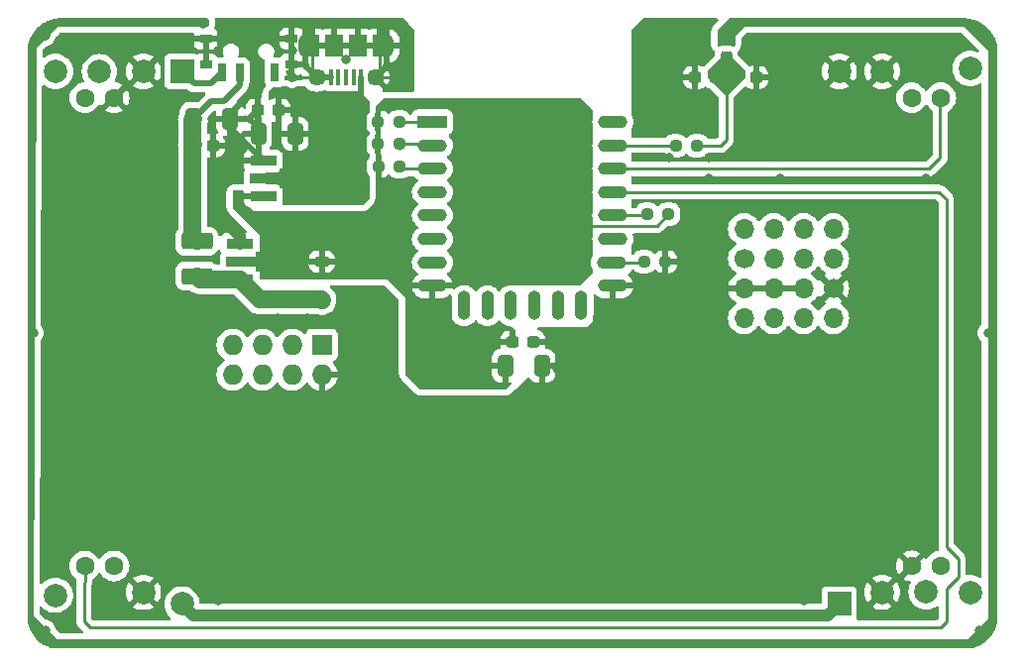
<source format=gtl>
%TF.GenerationSoftware,KiCad,Pcbnew,7.0.2-6a45011f42~172~ubuntu20.04.1*%
%TF.CreationDate,2023-07-24T18:38:05+02:00*%
%TF.ProjectId,pongCard,706f6e67-4361-4726-942e-6b696361645f,rev?*%
%TF.SameCoordinates,Original*%
%TF.FileFunction,Copper,L1,Top*%
%TF.FilePolarity,Positive*%
%FSLAX46Y46*%
G04 Gerber Fmt 4.6, Leading zero omitted, Abs format (unit mm)*
G04 Created by KiCad (PCBNEW 7.0.2-6a45011f42~172~ubuntu20.04.1) date 2023-07-24 18:38:05*
%MOMM*%
%LPD*%
G01*
G04 APERTURE LIST*
G04 Aperture macros list*
%AMRoundRect*
0 Rectangle with rounded corners*
0 $1 Rounding radius*
0 $2 $3 $4 $5 $6 $7 $8 $9 X,Y pos of 4 corners*
0 Add a 4 corners polygon primitive as box body*
4,1,4,$2,$3,$4,$5,$6,$7,$8,$9,$2,$3,0*
0 Add four circle primitives for the rounded corners*
1,1,$1+$1,$2,$3*
1,1,$1+$1,$4,$5*
1,1,$1+$1,$6,$7*
1,1,$1+$1,$8,$9*
0 Add four rect primitives between the rounded corners*
20,1,$1+$1,$2,$3,$4,$5,0*
20,1,$1+$1,$4,$5,$6,$7,0*
20,1,$1+$1,$6,$7,$8,$9,0*
20,1,$1+$1,$8,$9,$2,$3,0*%
%AMFreePoly0*
4,1,9,5.362500,-0.866500,1.237500,-0.866500,1.237500,-0.450000,-1.237500,-0.450000,-1.237500,0.450000,1.237500,0.450000,1.237500,0.866500,5.362500,0.866500,5.362500,-0.866500,5.362500,-0.866500,$1*%
G04 Aperture macros list end*
%TA.AperFunction,NonConductor*%
%ADD10C,0.200000*%
%TD*%
%TA.AperFunction,SMDPad,CuDef*%
%ADD11RoundRect,0.249999X0.412501X0.650001X-0.412501X0.650001X-0.412501X-0.650001X0.412501X-0.650001X0*%
%TD*%
%TA.AperFunction,SMDPad,CuDef*%
%ADD12RoundRect,0.237500X0.300000X0.237500X-0.300000X0.237500X-0.300000X-0.237500X0.300000X-0.237500X0*%
%TD*%
%TA.AperFunction,SMDPad,CuDef*%
%ADD13R,0.400000X1.350000*%
%TD*%
%TA.AperFunction,ComponentPad*%
%ADD14O,1.200000X1.900000*%
%TD*%
%TA.AperFunction,SMDPad,CuDef*%
%ADD15R,1.200000X1.900000*%
%TD*%
%TA.AperFunction,ComponentPad*%
%ADD16C,1.450000*%
%TD*%
%TA.AperFunction,SMDPad,CuDef*%
%ADD17R,1.500000X1.900000*%
%TD*%
%TA.AperFunction,SMDPad,CuDef*%
%ADD18RoundRect,0.237500X-0.250000X-0.237500X0.250000X-0.237500X0.250000X0.237500X-0.250000X0.237500X0*%
%TD*%
%TA.AperFunction,SMDPad,CuDef*%
%ADD19R,2.300000X0.900000*%
%TD*%
%TA.AperFunction,SMDPad,CuDef*%
%ADD20FreePoly0,0.000000*%
%TD*%
%TA.AperFunction,ComponentPad*%
%ADD21R,2.500000X1.100000*%
%TD*%
%TA.AperFunction,ComponentPad*%
%ADD22O,2.500000X1.100000*%
%TD*%
%TA.AperFunction,ComponentPad*%
%ADD23O,1.100000X2.500000*%
%TD*%
%TA.AperFunction,SMDPad,CuDef*%
%ADD24RoundRect,0.237500X0.250000X0.237500X-0.250000X0.237500X-0.250000X-0.237500X0.250000X-0.237500X0*%
%TD*%
%TA.AperFunction,ComponentPad*%
%ADD25C,1.700000*%
%TD*%
%TA.AperFunction,ComponentPad*%
%ADD26O,1.700000X1.700000*%
%TD*%
%TA.AperFunction,ComponentPad*%
%ADD27R,1.727200X1.727200*%
%TD*%
%TA.AperFunction,ComponentPad*%
%ADD28O,1.727200X1.727200*%
%TD*%
%TA.AperFunction,SMDPad,CuDef*%
%ADD29RoundRect,0.250000X-0.412500X-0.650000X0.412500X-0.650000X0.412500X0.650000X-0.412500X0.650000X0*%
%TD*%
%TA.AperFunction,ComponentPad*%
%ADD30C,2.000000*%
%TD*%
%TA.AperFunction,ComponentPad*%
%ADD31C,1.600000*%
%TD*%
%TA.AperFunction,SMDPad,CuDef*%
%ADD32R,0.700000X1.500000*%
%TD*%
%TA.AperFunction,SMDPad,CuDef*%
%ADD33R,1.000000X0.800000*%
%TD*%
%TA.AperFunction,SMDPad,CuDef*%
%ADD34RoundRect,0.225000X-0.375000X0.225000X-0.375000X-0.225000X0.375000X-0.225000X0.375000X0.225000X0*%
%TD*%
%TA.AperFunction,SMDPad,CuDef*%
%ADD35RoundRect,0.237500X0.237500X-0.300000X0.237500X0.300000X-0.237500X0.300000X-0.237500X-0.300000X0*%
%TD*%
%TA.AperFunction,SMDPad,CuDef*%
%ADD36RoundRect,0.237500X-0.300000X-0.237500X0.300000X-0.237500X0.300000X0.237500X-0.300000X0.237500X0*%
%TD*%
%TA.AperFunction,SMDPad,CuDef*%
%ADD37RoundRect,0.250001X-1.074999X0.462499X-1.074999X-0.462499X1.074999X-0.462499X1.074999X0.462499X0*%
%TD*%
%TA.AperFunction,ComponentPad*%
%ADD38R,2.000000X2.000000*%
%TD*%
%TA.AperFunction,ViaPad*%
%ADD39C,0.800000*%
%TD*%
%TA.AperFunction,Conductor*%
%ADD40C,0.500000*%
%TD*%
%TA.AperFunction,Conductor*%
%ADD41C,0.250000*%
%TD*%
%TA.AperFunction,Conductor*%
%ADD42C,1.000000*%
%TD*%
%TA.AperFunction,Conductor*%
%ADD43C,1.500000*%
%TD*%
G04 APERTURE END LIST*
D10*
X121793000Y-65072000D02*
X121793000Y-65580000D01*
X120269000Y-67104000D01*
X118745000Y-65580000D01*
X118745000Y-65072000D01*
X120269000Y-63548000D01*
X121793000Y-65072000D01*
%TA.AperFunction,NonConductor*%
G36*
X121793000Y-65072000D02*
G01*
X121793000Y-65580000D01*
X120269000Y-67104000D01*
X118745000Y-65580000D01*
X118745000Y-65072000D01*
X120269000Y-63548000D01*
X121793000Y-65072000D01*
G37*
%TD.AperFunction*%
D11*
X83439000Y-70406000D03*
X80314000Y-70406000D03*
D12*
X82015500Y-68374000D03*
X80290500Y-68374000D03*
D13*
X89097000Y-65580000D03*
X88447000Y-65580000D03*
X87797000Y-65580000D03*
X87147000Y-65580000D03*
X86497000Y-65580000D03*
D14*
X91297000Y-62880000D03*
D15*
X90697000Y-62880000D03*
D16*
X90297000Y-65580000D03*
D17*
X88797000Y-62880000D03*
X86797000Y-62880000D03*
D16*
X85297000Y-65580000D03*
D15*
X84897000Y-62880000D03*
D14*
X84297000Y-62880000D03*
D18*
X90527500Y-69390000D03*
X92352500Y-69390000D03*
X90527500Y-71295000D03*
X92352500Y-71295000D03*
D19*
X80735000Y-72716000D03*
D20*
X80822500Y-74216000D03*
D19*
X80735000Y-75716000D03*
D21*
X95185000Y-69390000D03*
D22*
X95185000Y-71390000D03*
X95185000Y-73390000D03*
X95185000Y-75390000D03*
X95185000Y-77390000D03*
X95185000Y-79390000D03*
X95185000Y-81390000D03*
X95185000Y-83390000D03*
X110585000Y-83390000D03*
X110485000Y-81390000D03*
X110585000Y-79390000D03*
X110585000Y-77390000D03*
X110585000Y-75390000D03*
X110585000Y-73390000D03*
X110585000Y-71390000D03*
X110585000Y-69390000D03*
D23*
X97875000Y-85090000D03*
X99875000Y-85090000D03*
X101875000Y-85090000D03*
X103875000Y-85090000D03*
X105875000Y-85090000D03*
X107875000Y-85090000D03*
D19*
X78703000Y-79828000D03*
D20*
X78790500Y-81328000D03*
D19*
X78703000Y-82828000D03*
D24*
X115339500Y-77264000D03*
X113514500Y-77264000D03*
D25*
X129413000Y-83614000D03*
D26*
X129413000Y-86154000D03*
X126873000Y-83614000D03*
X126873000Y-86154000D03*
X124333000Y-83614000D03*
X124333000Y-86154000D03*
X121793000Y-83614000D03*
X121793000Y-86154000D03*
D27*
X85725000Y-88440000D03*
D28*
X85725000Y-90980000D03*
X83185000Y-88440000D03*
X83185000Y-90980000D03*
X80645000Y-88440000D03*
X80645000Y-90980000D03*
X78105000Y-88440000D03*
X78105000Y-90980000D03*
D29*
X74764500Y-69136000D03*
X77889500Y-69136000D03*
D25*
X121793000Y-81074000D03*
D26*
X121793000Y-78534000D03*
X124333000Y-81074000D03*
X124333000Y-78534000D03*
X126873000Y-81074000D03*
X126873000Y-78534000D03*
X129413000Y-81074000D03*
X129413000Y-78534000D03*
D30*
X62985000Y-65072000D03*
D31*
X65485000Y-67322000D03*
D30*
X66735000Y-65097000D03*
D31*
X65485000Y-107322000D03*
D30*
X62985000Y-109822000D03*
D31*
X67985000Y-107322000D03*
D30*
X70485000Y-109572000D03*
D31*
X67985000Y-67322000D03*
D30*
X70485000Y-65072000D03*
D32*
X81719000Y-65138000D03*
X78719000Y-65138000D03*
X77219000Y-65138000D03*
D33*
X83119000Y-64488000D03*
X83119000Y-62278000D03*
X75819000Y-64488000D03*
X75819000Y-62278000D03*
D34*
X85725000Y-81328000D03*
X85725000Y-84628000D03*
D29*
X101396000Y-90218000D03*
X104521000Y-90218000D03*
D35*
X120269000Y-63902500D03*
X120269000Y-62177500D03*
D36*
X102034000Y-88186000D03*
X103759000Y-88186000D03*
D24*
X92376000Y-73200000D03*
X90551000Y-73200000D03*
D37*
X75057000Y-79586500D03*
X75057000Y-82561500D03*
D36*
X121084000Y-65580000D03*
X122809000Y-65580000D03*
D18*
X115951000Y-71422000D03*
X117776000Y-71422000D03*
D36*
X74702500Y-71422000D03*
X76427500Y-71422000D03*
D24*
X115085500Y-81328000D03*
X113260500Y-81328000D03*
D36*
X117628500Y-65580000D03*
X119353500Y-65580000D03*
D30*
X141097000Y-109568000D03*
D31*
X138597000Y-107318000D03*
D30*
X137347000Y-109543000D03*
D31*
X138597000Y-67318000D03*
D30*
X141097000Y-64818000D03*
D31*
X136097000Y-67318000D03*
D30*
X133597000Y-65068000D03*
D31*
X136097000Y-107318000D03*
D30*
X133597000Y-109568000D03*
D38*
X73787000Y-65072000D03*
D30*
X73787000Y-110572000D03*
D38*
X129921000Y-110572000D03*
D30*
X129921000Y-65072000D03*
D39*
X140335000Y-76756000D03*
X140335000Y-72184000D03*
X76835000Y-63294000D03*
X76327000Y-77772000D03*
X71501000Y-111300000D03*
X118745000Y-74216000D03*
X140335000Y-103934000D03*
X73025000Y-72946000D03*
X88011000Y-87424000D03*
X72263000Y-107998000D03*
X91567000Y-90980000D03*
X115437695Y-72454007D03*
X74295000Y-63040000D03*
X92329000Y-64310000D03*
X79375000Y-86154000D03*
X126873000Y-110284000D03*
X81915000Y-86154000D03*
X124841000Y-71676000D03*
X124841000Y-68374000D03*
X88011000Y-90980000D03*
X84455000Y-86154000D03*
X80391000Y-65580000D03*
X137287000Y-76756000D03*
X76327000Y-69136000D03*
X76835000Y-110284000D03*
X118745000Y-69390000D03*
X115443000Y-85392000D03*
X87757000Y-64056000D03*
X83185000Y-65580000D03*
X105791000Y-90472000D03*
X73279000Y-68120000D03*
X77851000Y-71168000D03*
X73025000Y-78026000D03*
X118745000Y-76756000D03*
X124841000Y-66088000D03*
X91567000Y-87424000D03*
X91567000Y-94536000D03*
X137287000Y-74216000D03*
X124841000Y-74216000D03*
X111633000Y-85392000D03*
X115443000Y-69390000D03*
X137287000Y-72184000D03*
X88011000Y-94536000D03*
X118745000Y-72438000D03*
X137287000Y-103934000D03*
X105791000Y-94536000D03*
X105791000Y-87678000D03*
X83185000Y-63294000D03*
X76581000Y-72946000D03*
X79375000Y-63294000D03*
X141859000Y-62024000D03*
X141859000Y-112824000D03*
X61087000Y-87424000D03*
X62103000Y-62024000D03*
X120777000Y-61262000D03*
X75565000Y-61008000D03*
X62103000Y-112824000D03*
X142621000Y-87424000D03*
D40*
X77889500Y-69136000D02*
X77889500Y-71129500D01*
D41*
X90697000Y-65180000D02*
X90297000Y-65580000D01*
X90314500Y-65562500D02*
X90297000Y-65580000D01*
D40*
X77889500Y-69136000D02*
X77889500Y-68743000D01*
X77889500Y-71129500D02*
X77851000Y-71168000D01*
X80290500Y-68374000D02*
X80290500Y-66342000D01*
X86497000Y-65580000D02*
X85297000Y-65580000D01*
D41*
X86797000Y-62880000D02*
X88797000Y-62880000D01*
D42*
X78703000Y-79132000D02*
X77343000Y-77772000D01*
D40*
X77889500Y-69136000D02*
X79528500Y-69136000D01*
D41*
X70155000Y-65174000D02*
X70405000Y-65174000D01*
X83185000Y-65580000D02*
X82677000Y-65072000D01*
X90297000Y-65580000D02*
X91821000Y-65580000D01*
D40*
X80314000Y-72295000D02*
X80735000Y-72716000D01*
X80290500Y-65680500D02*
X80391000Y-65580000D01*
D41*
X85297000Y-65580000D02*
X85274500Y-65580000D01*
D40*
X80314000Y-70406000D02*
X80314000Y-69921500D01*
D41*
X84897000Y-62880000D02*
X86797000Y-62880000D01*
D40*
X80290500Y-66342000D02*
X80290500Y-65680500D01*
D41*
X91821000Y-65580000D02*
X92075000Y-65834000D01*
X84897000Y-65202500D02*
X84897000Y-62880000D01*
D42*
X78703000Y-79828000D02*
X78703000Y-79132000D01*
D41*
X90697000Y-62880000D02*
X90697000Y-65180000D01*
D40*
X80314000Y-70406000D02*
X80314000Y-72295000D01*
X80314000Y-69921500D02*
X79528500Y-69136000D01*
D41*
X85274500Y-65580000D02*
X84897000Y-65202500D01*
D40*
X77889500Y-69136000D02*
X77889500Y-69870500D01*
X79528500Y-69136000D02*
X80290500Y-68374000D01*
X77889500Y-68743000D02*
X80290500Y-66342000D01*
D41*
X88797000Y-62880000D02*
X91297000Y-62880000D01*
D40*
X77889500Y-69870500D02*
X80735000Y-72716000D01*
D41*
X85297000Y-65580000D02*
X83185000Y-65580000D01*
X108062000Y-78265000D02*
X108047000Y-78280000D01*
X115339500Y-77264000D02*
X114338500Y-78265000D01*
X108047000Y-78280000D02*
X107061000Y-78280000D01*
X114338500Y-78265000D02*
X108062000Y-78265000D01*
X90527500Y-69390000D02*
X90527500Y-71295000D01*
X107061000Y-78280000D02*
X106807000Y-78026000D01*
X81945000Y-70222500D02*
X81507500Y-70660000D01*
D40*
X89097000Y-65580000D02*
X89097000Y-67796000D01*
X89097000Y-67796000D02*
X88773000Y-68120000D01*
D41*
X81945000Y-74207500D02*
X82207500Y-74470000D01*
X92566000Y-73390000D02*
X92376000Y-73200000D01*
X95885000Y-73390000D02*
X92566000Y-73390000D01*
X137605000Y-73390000D02*
X138537000Y-72458000D01*
X109885000Y-73390000D02*
X137605000Y-73390000D01*
X138537000Y-72458000D02*
X138537000Y-67358000D01*
X113388500Y-77390000D02*
X113514500Y-77264000D01*
X109885000Y-77390000D02*
X113388500Y-77390000D01*
X109885000Y-81390000D02*
X113198500Y-81390000D01*
X113198500Y-81390000D02*
X113260500Y-81328000D01*
X92352500Y-69390000D02*
X95885000Y-69390000D01*
X138461000Y-75390000D02*
X139065000Y-75994000D01*
X139065000Y-112071305D02*
X138566305Y-112570000D01*
X140081000Y-108252000D02*
X139065000Y-109268000D01*
X65913000Y-112570000D02*
X65405000Y-112062000D01*
X139065000Y-109268000D02*
X139065000Y-112071305D01*
X138566305Y-112570000D02*
X65913000Y-112570000D01*
X65485000Y-108680000D02*
X65485000Y-107322000D01*
X137445000Y-75390000D02*
X138145000Y-75390000D01*
X140081000Y-106728000D02*
X140081000Y-108252000D01*
X109885000Y-75390000D02*
X137445000Y-75390000D01*
X139065000Y-105712000D02*
X140081000Y-106728000D01*
X65405000Y-108760000D02*
X65485000Y-108680000D01*
X139065000Y-75994000D02*
X139065000Y-105712000D01*
X137445000Y-75390000D02*
X138461000Y-75390000D01*
X65405000Y-112062000D02*
X65405000Y-108760000D01*
D40*
X73787000Y-65072000D02*
X74803000Y-66088000D01*
X76269000Y-66088000D02*
X77219000Y-65138000D01*
X74803000Y-66088000D02*
X76269000Y-66088000D01*
D41*
X109885000Y-71390000D02*
X115919000Y-71390000D01*
X115919000Y-71390000D02*
X115951000Y-71422000D01*
X92352500Y-71295000D02*
X95790000Y-71295000D01*
X138557000Y-107338000D02*
X138537000Y-107358000D01*
X65405000Y-67650000D02*
X65425000Y-67630000D01*
X95790000Y-71295000D02*
X95885000Y-71390000D01*
X92352500Y-71295000D02*
X92352500Y-71652500D01*
D42*
X128939000Y-111554000D02*
X129921000Y-110572000D01*
D41*
X129921000Y-110572000D02*
X129887000Y-110572000D01*
D42*
X74769000Y-111554000D02*
X128939000Y-111554000D01*
X73787000Y-110572000D02*
X74769000Y-111554000D01*
D43*
X75323500Y-82828000D02*
X78703000Y-82828000D01*
X85647000Y-84550000D02*
X80425000Y-84550000D01*
X85725000Y-84628000D02*
X85647000Y-84550000D01*
X75057000Y-82561500D02*
X75323500Y-82828000D01*
X80425000Y-84550000D02*
X78703000Y-82828000D01*
D41*
X119353500Y-65580000D02*
X119353500Y-64818000D01*
X121084000Y-64717500D02*
X120269000Y-63902500D01*
X119353500Y-64818000D02*
X120269000Y-63902500D01*
X121084000Y-65580000D02*
X121084000Y-64717500D01*
X120269000Y-70914000D02*
X120269000Y-66596000D01*
X119761000Y-71422000D02*
X120269000Y-70914000D01*
X119353500Y-65580000D02*
X119353500Y-65680500D01*
X120269000Y-66395000D02*
X121084000Y-65580000D01*
X119353500Y-65680500D02*
X120269000Y-66596000D01*
X120269000Y-66596000D02*
X120269000Y-63902500D01*
X117776000Y-71422000D02*
X119761000Y-71422000D01*
X120269000Y-66596000D02*
X120269000Y-66395000D01*
D40*
X76288500Y-67612000D02*
X74764500Y-69136000D01*
X78719000Y-65138000D02*
X78719000Y-66236000D01*
D43*
X74702500Y-71422000D02*
X74702500Y-69198000D01*
X74702500Y-71422000D02*
X74702500Y-79232000D01*
X74702500Y-79232000D02*
X75057000Y-79586500D01*
X74764500Y-71360000D02*
X74702500Y-71422000D01*
D40*
X78719000Y-66236000D02*
X77343000Y-67612000D01*
D43*
X74702500Y-69198000D02*
X74764500Y-69136000D01*
D40*
X77343000Y-67612000D02*
X76288500Y-67612000D01*
%TA.AperFunction,Conductor*%
G36*
X123873507Y-83404156D02*
G01*
X123833000Y-83542111D01*
X123833000Y-83685889D01*
X123873507Y-83823844D01*
X123901884Y-83868000D01*
X122224116Y-83868000D01*
X122252493Y-83823844D01*
X122293000Y-83685889D01*
X122293000Y-83542111D01*
X122252493Y-83404156D01*
X122224116Y-83360000D01*
X123901884Y-83360000D01*
X123873507Y-83404156D01*
G37*
%TD.AperFunction*%
%TA.AperFunction,Conductor*%
G36*
X126413507Y-83404156D02*
G01*
X126373000Y-83542111D01*
X126373000Y-83685889D01*
X126413507Y-83823844D01*
X126441884Y-83868000D01*
X124764116Y-83868000D01*
X124792493Y-83823844D01*
X124833000Y-83685889D01*
X124833000Y-83542111D01*
X124792493Y-83404156D01*
X124764116Y-83360000D01*
X126441884Y-83360000D01*
X126413507Y-83404156D01*
G37*
%TD.AperFunction*%
%TA.AperFunction,Conductor*%
G36*
X128953507Y-83823844D02*
G01*
X129031239Y-83944798D01*
X129139900Y-84038952D01*
X129270685Y-84098680D01*
X129285412Y-84100797D01*
X128647310Y-84738899D01*
X128667697Y-84754767D01*
X128701206Y-84772901D01*
X128751597Y-84822914D01*
X128766949Y-84892231D01*
X128742388Y-84958844D01*
X128701207Y-84994528D01*
X128667423Y-85012811D01*
X128489762Y-85151091D01*
X128337278Y-85316731D01*
X128248483Y-85452643D01*
X128194479Y-85498731D01*
X128124131Y-85508306D01*
X128059774Y-85478328D01*
X128037517Y-85452643D01*
X127996537Y-85389918D01*
X127948722Y-85316732D01*
X127796240Y-85151094D01*
X127796239Y-85151093D01*
X127796237Y-85151091D01*
X127689641Y-85068124D01*
X127618576Y-85012811D01*
X127584792Y-84994528D01*
X127534402Y-84944516D01*
X127519050Y-84875199D01*
X127543611Y-84808586D01*
X127584793Y-84772901D01*
X127618300Y-84754768D01*
X127795903Y-84616533D01*
X127948323Y-84450960D01*
X128037517Y-84314440D01*
X128091521Y-84268351D01*
X128161868Y-84258776D01*
X128226226Y-84288753D01*
X128248483Y-84314439D01*
X128289922Y-84377866D01*
X128289923Y-84377866D01*
X128928638Y-83739150D01*
X128953507Y-83823844D01*
G37*
%TD.AperFunction*%
%TA.AperFunction,Conductor*%
G36*
X128226226Y-81749670D02*
G01*
X128248480Y-81775353D01*
X128337278Y-81911268D01*
X128461995Y-82046746D01*
X128489762Y-82076908D01*
X128667422Y-82215188D01*
X128667424Y-82215189D01*
X128701205Y-82233470D01*
X128751596Y-82283482D01*
X128766949Y-82352799D01*
X128742389Y-82419413D01*
X128701208Y-82455097D01*
X128667700Y-82473230D01*
X128647310Y-82489099D01*
X128647310Y-82489101D01*
X129285411Y-83127202D01*
X129270685Y-83129320D01*
X129139900Y-83189048D01*
X129031239Y-83283202D01*
X128953507Y-83404156D01*
X128928639Y-83488848D01*
X128289921Y-82850132D01*
X128248482Y-82913560D01*
X128194478Y-82959648D01*
X128124130Y-82969223D01*
X128059773Y-82939245D01*
X128037516Y-82913559D01*
X127948323Y-82777039D01*
X127795903Y-82611466D01*
X127618299Y-82473231D01*
X127584791Y-82455097D01*
X127534401Y-82405083D01*
X127519050Y-82335766D01*
X127543612Y-82269153D01*
X127584790Y-82233472D01*
X127618576Y-82215189D01*
X127796240Y-82076906D01*
X127948722Y-81911268D01*
X128037518Y-81775354D01*
X128091521Y-81729268D01*
X128161869Y-81719693D01*
X128226226Y-81749670D01*
G37*
%TD.AperFunction*%
%TA.AperFunction,Conductor*%
G36*
X92743258Y-60545502D02*
G01*
X92769962Y-60568528D01*
X93566707Y-61479094D01*
X93567825Y-61480371D01*
X93597629Y-61544809D01*
X93599000Y-61563343D01*
X93599000Y-66718500D01*
X93578998Y-66786621D01*
X93525342Y-66833114D01*
X93473000Y-66844500D01*
X91111191Y-66844500D01*
X91109506Y-66844590D01*
X91109479Y-66844591D01*
X91058001Y-66847350D01*
X91057988Y-66847350D01*
X91056309Y-66847441D01*
X91049064Y-66848219D01*
X91047228Y-66848417D01*
X90977361Y-66835803D01*
X90925404Y-66787419D01*
X90907854Y-66718626D01*
X90930282Y-66651265D01*
X90961503Y-66619923D01*
X90971037Y-66613246D01*
X90358369Y-66000578D01*
X90429969Y-65989238D01*
X90549923Y-65928118D01*
X90645118Y-65832923D01*
X90706238Y-65712969D01*
X90717578Y-65641368D01*
X91330246Y-66254037D01*
X91330248Y-66254037D01*
X91368887Y-66198855D01*
X91460067Y-66003322D01*
X91515905Y-65794927D01*
X91534709Y-65579999D01*
X91515905Y-65365072D01*
X91460067Y-65156677D01*
X91368886Y-64961140D01*
X91330249Y-64905961D01*
X91330247Y-64905961D01*
X90717578Y-65518630D01*
X90706238Y-65447031D01*
X90645118Y-65327077D01*
X90549923Y-65231882D01*
X90429969Y-65170762D01*
X90358367Y-65159421D01*
X90971038Y-64546751D01*
X90969456Y-64528676D01*
X90955932Y-64511756D01*
X90948623Y-64441137D01*
X90980653Y-64377777D01*
X91035436Y-64345564D01*
X91043000Y-64338000D01*
X91043000Y-63389650D01*
X91071457Y-63435610D01*
X91160962Y-63503201D01*
X91268840Y-63533895D01*
X91380521Y-63523546D01*
X91480922Y-63473552D01*
X91551000Y-63396681D01*
X91551000Y-64308519D01*
X91661037Y-64281825D01*
X91853520Y-64193921D01*
X92025885Y-64071180D01*
X92171911Y-63918032D01*
X92286309Y-63740025D01*
X92364953Y-63543581D01*
X92405000Y-63335801D01*
X92405000Y-63134000D01*
X91597000Y-63134000D01*
X91597000Y-62626000D01*
X92405000Y-62626000D01*
X92405000Y-62480219D01*
X92404715Y-62474247D01*
X92389925Y-62319353D01*
X92330309Y-62116322D01*
X92233350Y-61928247D01*
X92102543Y-61761913D01*
X91942626Y-61623343D01*
X91759373Y-61517542D01*
X91559407Y-61448334D01*
X91551000Y-61447124D01*
X91551000Y-62370349D01*
X91522543Y-62324390D01*
X91433038Y-62256799D01*
X91325160Y-62226105D01*
X91213479Y-62236454D01*
X91113078Y-62286448D01*
X91043000Y-62363318D01*
X91043000Y-61422000D01*
X90951000Y-61422000D01*
X90951000Y-63008000D01*
X90930998Y-63076121D01*
X90877342Y-63122614D01*
X90825000Y-63134000D01*
X84769000Y-63134000D01*
X84700879Y-63113998D01*
X84654386Y-63060342D01*
X84643000Y-63008000D01*
X84643000Y-61422000D01*
X85151000Y-61422000D01*
X85151000Y-62626000D01*
X86543000Y-62626000D01*
X86543000Y-61422000D01*
X87051000Y-61422000D01*
X87051000Y-62626000D01*
X88543000Y-62626000D01*
X88543000Y-61422000D01*
X89051000Y-61422000D01*
X89051000Y-62626000D01*
X90443000Y-62626000D01*
X90443000Y-61422000D01*
X90051777Y-61422000D01*
X90045063Y-61422359D01*
X89987906Y-61428505D01*
X89866032Y-61473961D01*
X89795216Y-61479025D01*
X89777968Y-61473961D01*
X89656093Y-61428505D01*
X89598936Y-61422359D01*
X89592223Y-61422000D01*
X89051000Y-61422000D01*
X88543000Y-61422000D01*
X88001777Y-61422000D01*
X87995063Y-61422359D01*
X87937904Y-61428505D01*
X87841031Y-61464636D01*
X87770215Y-61469700D01*
X87752969Y-61464636D01*
X87656095Y-61428505D01*
X87598936Y-61422359D01*
X87592223Y-61422000D01*
X87051000Y-61422000D01*
X86543000Y-61422000D01*
X86001777Y-61422000D01*
X85995063Y-61422359D01*
X85937904Y-61428505D01*
X85816030Y-61473961D01*
X85745215Y-61479025D01*
X85727967Y-61473961D01*
X85606093Y-61428505D01*
X85548936Y-61422359D01*
X85542223Y-61422000D01*
X85151000Y-61422000D01*
X84643000Y-61422000D01*
X84551000Y-61422000D01*
X84551000Y-62370349D01*
X84522543Y-62324390D01*
X84433038Y-62256799D01*
X84325160Y-62226105D01*
X84213479Y-62236454D01*
X84113078Y-62286448D01*
X84043000Y-62363318D01*
X84043000Y-61451479D01*
X83990368Y-61464248D01*
X83919452Y-61460870D01*
X83885153Y-61442668D01*
X83864963Y-61427554D01*
X83728093Y-61376505D01*
X83670936Y-61370359D01*
X83664223Y-61370000D01*
X83373000Y-61370000D01*
X83373000Y-63100000D01*
X83352998Y-63168121D01*
X83299342Y-63214614D01*
X83247000Y-63226000D01*
X83189000Y-63226000D01*
X83189000Y-63279780D01*
X83189284Y-63285752D01*
X83204074Y-63440647D01*
X83233246Y-63539999D01*
X83233248Y-63540000D01*
X83247000Y-63540000D01*
X83315121Y-63560002D01*
X83361614Y-63613658D01*
X83373000Y-63666000D01*
X83373000Y-64234000D01*
X84043000Y-64234000D01*
X84043000Y-63389650D01*
X84071457Y-63435610D01*
X84160962Y-63503201D01*
X84268840Y-63533895D01*
X84380521Y-63523546D01*
X84480922Y-63473552D01*
X84551000Y-63396681D01*
X84551000Y-64338001D01*
X84563274Y-64350275D01*
X84589588Y-64358002D01*
X84636081Y-64411658D01*
X84646185Y-64481932D01*
X84624472Y-64529474D01*
X84622960Y-64546751D01*
X85235630Y-65159421D01*
X85164031Y-65170762D01*
X85044077Y-65231882D01*
X84948882Y-65327077D01*
X84887762Y-65447031D01*
X84876421Y-65518630D01*
X84263667Y-64905876D01*
X84194378Y-64891952D01*
X84143385Y-64842553D01*
X84127000Y-64780420D01*
X84127000Y-64742000D01*
X83373000Y-64742000D01*
X83373000Y-65396000D01*
X83664223Y-65396000D01*
X83670936Y-65395640D01*
X83728093Y-65389494D01*
X83864960Y-65338446D01*
X83869930Y-65334726D01*
X83936449Y-65309913D01*
X84005824Y-65325003D01*
X84056028Y-65375203D01*
X84071121Y-65444577D01*
X84070963Y-65446573D01*
X84059290Y-65579999D01*
X84069047Y-65691519D01*
X84055058Y-65761124D01*
X84005658Y-65812116D01*
X83943526Y-65828500D01*
X83722769Y-65828500D01*
X83708140Y-65828708D01*
X83708094Y-65828709D01*
X83708045Y-65828710D01*
X83700761Y-65828918D01*
X83686268Y-65829540D01*
X83543021Y-65858565D01*
X83476149Y-65882425D01*
X83476082Y-65882448D01*
X83475744Y-65882627D01*
X83468192Y-65886296D01*
X83319831Y-65952349D01*
X83294783Y-65960488D01*
X83290418Y-65961416D01*
X83239467Y-65972246D01*
X83213272Y-65975000D01*
X83156728Y-65975000D01*
X83130530Y-65972246D01*
X83098060Y-65965344D01*
X83075216Y-65960488D01*
X83050167Y-65952349D01*
X82902268Y-65886501D01*
X82886031Y-65881180D01*
X82860021Y-65869302D01*
X82791897Y-65849299D01*
X82685568Y-65834011D01*
X82620987Y-65804518D01*
X82582604Y-65744792D01*
X82577500Y-65709294D01*
X82577500Y-65522000D01*
X82597502Y-65453879D01*
X82651158Y-65407386D01*
X82703500Y-65396000D01*
X82865000Y-65396000D01*
X82865000Y-63580000D01*
X82573777Y-63580000D01*
X82567063Y-63580359D01*
X82509906Y-63586505D01*
X82373037Y-63637554D01*
X82256095Y-63725095D01*
X82178307Y-63829009D01*
X82121472Y-63871556D01*
X82077439Y-63879500D01*
X81705339Y-63879500D01*
X81637218Y-63859498D01*
X81590725Y-63805842D01*
X81580621Y-63735568D01*
X81593770Y-63694947D01*
X81628790Y-63628225D01*
X81669500Y-63463056D01*
X81669500Y-63292944D01*
X81628790Y-63127775D01*
X81549734Y-62977148D01*
X81436929Y-62849817D01*
X81296930Y-62753182D01*
X81296929Y-62753181D01*
X81137871Y-62692859D01*
X81015155Y-62677959D01*
X81015149Y-62677958D01*
X81011372Y-62677500D01*
X80926628Y-62677500D01*
X80922851Y-62677958D01*
X80922844Y-62677959D01*
X80800128Y-62692859D01*
X80641070Y-62753181D01*
X80511522Y-62842603D01*
X80501071Y-62849817D01*
X80388266Y-62977148D01*
X80309210Y-63127775D01*
X80268500Y-63292944D01*
X80268500Y-63463056D01*
X80309210Y-63628225D01*
X80388266Y-63778852D01*
X80501071Y-63906183D01*
X80641070Y-64002818D01*
X80800128Y-64063140D01*
X80812023Y-64067651D01*
X80868625Y-64110508D01*
X80893070Y-64177164D01*
X80885400Y-64229494D01*
X80867011Y-64278797D01*
X80866546Y-64283123D01*
X80860500Y-64339362D01*
X80860500Y-65936638D01*
X80867011Y-65997201D01*
X80877177Y-66024457D01*
X80918111Y-66134205D01*
X80948786Y-66175182D01*
X80973597Y-66241702D01*
X80958506Y-66311076D01*
X80937014Y-66339786D01*
X80827992Y-66448809D01*
X80827973Y-66448828D01*
X80826806Y-66449996D01*
X80825699Y-66451228D01*
X80825687Y-66451241D01*
X80791199Y-66489633D01*
X80791172Y-66489664D01*
X80790083Y-66490877D01*
X80789050Y-66492158D01*
X80789026Y-66492187D01*
X80774248Y-66510525D01*
X80774236Y-66510539D01*
X80773180Y-66511851D01*
X80772205Y-66513202D01*
X80772189Y-66513224D01*
X80741018Y-66556450D01*
X80680301Y-66689402D01*
X80661587Y-66753138D01*
X80660300Y-66757521D01*
X80640467Y-66895469D01*
X80639500Y-66902193D01*
X80639500Y-67265000D01*
X80619498Y-67333121D01*
X80565842Y-67379614D01*
X80553116Y-67382382D01*
X80544500Y-67390999D01*
X80544500Y-68969144D01*
X80565121Y-69006908D01*
X80568000Y-69033691D01*
X80568000Y-70534000D01*
X80547998Y-70602121D01*
X80494342Y-70648614D01*
X80442000Y-70660000D01*
X79143501Y-70660000D01*
X79143501Y-71103300D01*
X79143826Y-71109693D01*
X79154106Y-71210323D01*
X79209843Y-71378527D01*
X79302867Y-71529342D01*
X79382518Y-71608993D01*
X79416544Y-71671305D01*
X79411479Y-71742120D01*
X79368932Y-71798956D01*
X79340386Y-71814544D01*
X79222095Y-71903095D01*
X79134554Y-72020037D01*
X79083505Y-72156906D01*
X79077359Y-72214063D01*
X79077000Y-72220777D01*
X79077000Y-72462000D01*
X80391000Y-72462000D01*
X80391000Y-72970000D01*
X79077000Y-72970000D01*
X79077000Y-73211222D01*
X79077359Y-73217936D01*
X79083505Y-73275093D01*
X79140192Y-73427079D01*
X79145256Y-73497895D01*
X79136750Y-73523452D01*
X79092080Y-73621266D01*
X79071271Y-73765996D01*
X79071271Y-74592500D01*
X79051269Y-74660621D01*
X78997613Y-74707114D01*
X78945271Y-74718500D01*
X78231000Y-74718500D01*
X78227653Y-74718859D01*
X78227649Y-74718860D01*
X78125214Y-74729872D01*
X78125205Y-74729873D01*
X78121851Y-74730234D01*
X78118551Y-74730951D01*
X78118550Y-74730952D01*
X78072790Y-74740906D01*
X78072785Y-74740907D01*
X78069509Y-74741620D01*
X78066331Y-74742677D01*
X78066319Y-74742681D01*
X77965341Y-74776290D01*
X77842389Y-74855306D01*
X77800714Y-74891418D01*
X77793625Y-74896152D01*
X77693018Y-75012260D01*
X77632301Y-75145211D01*
X77619960Y-75187243D01*
X77597000Y-75225940D01*
X77597000Y-75310732D01*
X77595718Y-75328662D01*
X77591500Y-75358000D01*
X77591500Y-76703809D01*
X77591590Y-76705494D01*
X77591591Y-76705520D01*
X77594350Y-76756998D01*
X77594441Y-76758691D01*
X77594619Y-76760349D01*
X77594621Y-76760371D01*
X77597139Y-76783796D01*
X77597142Y-76783818D01*
X77597320Y-76785474D01*
X77597588Y-76787130D01*
X77597590Y-76787142D01*
X77606115Y-76839749D01*
X77657192Y-76976689D01*
X77691222Y-77039007D01*
X77778807Y-77156005D01*
X79277708Y-78654905D01*
X79311733Y-78717217D01*
X79306669Y-78788032D01*
X79264122Y-78844868D01*
X79197602Y-78869679D01*
X79188613Y-78870000D01*
X78957000Y-78870000D01*
X78957000Y-79956000D01*
X78936998Y-80024121D01*
X78883342Y-80070614D01*
X78831000Y-80082000D01*
X78575000Y-80082000D01*
X78506879Y-80061998D01*
X78460386Y-80008342D01*
X78449000Y-79956000D01*
X78449000Y-78870000D01*
X77507777Y-78870000D01*
X77501063Y-78870359D01*
X77443906Y-78876505D01*
X77307037Y-78927554D01*
X77190095Y-79015095D01*
X77114644Y-79115886D01*
X77057808Y-79158433D01*
X76986992Y-79163497D01*
X76924680Y-79129472D01*
X76890655Y-79067160D01*
X76888430Y-79053197D01*
X76879887Y-78969575D01*
X76824115Y-78801262D01*
X76731030Y-78650349D01*
X76731028Y-78650347D01*
X76731027Y-78650345D01*
X76605654Y-78524972D01*
X76605651Y-78524970D01*
X76454738Y-78431885D01*
X76286425Y-78376113D01*
X76286422Y-78376112D01*
X76185745Y-78365826D01*
X76185724Y-78365824D01*
X76182544Y-78365500D01*
X76179339Y-78365500D01*
X76087000Y-78365500D01*
X76018879Y-78345498D01*
X75972386Y-78291842D01*
X75961000Y-78239500D01*
X75961000Y-72531000D01*
X75981002Y-72462879D01*
X76034658Y-72416386D01*
X76087000Y-72405000D01*
X76173500Y-72405000D01*
X76173500Y-71676000D01*
X76681500Y-71676000D01*
X76681500Y-72405000D01*
X76773971Y-72405000D01*
X76780360Y-72404674D01*
X76879282Y-72394568D01*
X77044704Y-72339753D01*
X77193036Y-72248260D01*
X77316260Y-72125036D01*
X77407753Y-71976704D01*
X77462568Y-71811282D01*
X77472674Y-71712360D01*
X77473000Y-71705970D01*
X77473000Y-71676000D01*
X76681500Y-71676000D01*
X76173500Y-71676000D01*
X76173500Y-71168000D01*
X76681500Y-71168000D01*
X77473000Y-71168000D01*
X77473000Y-71138029D01*
X77472674Y-71131639D01*
X77462568Y-71032717D01*
X77407753Y-70867296D01*
X77326859Y-70736147D01*
X77308122Y-70667668D01*
X77329381Y-70599929D01*
X77383888Y-70554437D01*
X77434100Y-70544000D01*
X77635500Y-70544000D01*
X77635500Y-69390000D01*
X76719000Y-69390000D01*
X76719000Y-69833302D01*
X76719325Y-69839692D01*
X76729606Y-69940327D01*
X76785340Y-70108522D01*
X76870664Y-70246853D01*
X76889401Y-70315333D01*
X76868142Y-70383071D01*
X76813634Y-70428563D01*
X76763423Y-70439000D01*
X76681500Y-70439000D01*
X76681500Y-71168000D01*
X76173500Y-71168000D01*
X76173500Y-70439000D01*
X76087000Y-70439000D01*
X76018879Y-70418998D01*
X75972386Y-70365342D01*
X75961000Y-70313000D01*
X75961000Y-69548421D01*
X75968071Y-69506805D01*
X75989787Y-69444746D01*
X76025225Y-69221000D01*
X76020439Y-69007789D01*
X76038908Y-68939237D01*
X76057309Y-68915871D01*
X76503906Y-68469273D01*
X76566217Y-68435250D01*
X76637033Y-68440315D01*
X76693868Y-68482862D01*
X76718679Y-68549382D01*
X76719000Y-68558371D01*
X76719000Y-68882000D01*
X79059999Y-68882000D01*
X79091892Y-68850107D01*
X79154204Y-68816082D01*
X79225020Y-68821146D01*
X79281856Y-68863692D01*
X79300592Y-68899568D01*
X79310247Y-68928704D01*
X79390162Y-69058266D01*
X79408899Y-69126745D01*
X79387640Y-69194484D01*
X79372017Y-69213508D01*
X79302864Y-69282661D01*
X79252918Y-69363635D01*
X79200132Y-69411113D01*
X79130057Y-69422515D01*
X79064941Y-69394222D01*
X79060322Y-69390000D01*
X78143500Y-69390000D01*
X78143500Y-70544000D01*
X78349303Y-70544000D01*
X78355692Y-70543674D01*
X78456327Y-70533393D01*
X78624522Y-70477659D01*
X78775342Y-70384632D01*
X78900630Y-70259344D01*
X78950578Y-70178365D01*
X79003364Y-70130887D01*
X79073438Y-70119483D01*
X79138554Y-70147774D01*
X79143178Y-70152000D01*
X80060000Y-70152000D01*
X80060000Y-69385855D01*
X80039379Y-69348092D01*
X80036500Y-69321309D01*
X80036500Y-67391000D01*
X79944029Y-67391000D01*
X79937639Y-67391325D01*
X79838717Y-67401431D01*
X79673295Y-67456246D01*
X79524963Y-67547739D01*
X79401739Y-67670963D01*
X79310246Y-67819295D01*
X79255431Y-67984717D01*
X79245325Y-68083639D01*
X79245000Y-68090029D01*
X79245000Y-68141157D01*
X79224998Y-68209278D01*
X79171342Y-68255771D01*
X79101068Y-68265875D01*
X79036488Y-68236381D01*
X78999396Y-68180791D01*
X78993658Y-68163477D01*
X78900632Y-68012657D01*
X78775342Y-67887367D01*
X78624523Y-67794341D01*
X78524607Y-67761232D01*
X78466236Y-67720818D01*
X78438981Y-67655261D01*
X78451495Y-67585376D01*
X78475143Y-67552536D01*
X79209777Y-66817902D01*
X79223624Y-66805936D01*
X79243058Y-66791469D01*
X79271543Y-66757521D01*
X79275221Y-66753138D01*
X79282660Y-66745020D01*
X79286581Y-66741100D01*
X79306012Y-66716523D01*
X79308286Y-66713731D01*
X79357032Y-66655640D01*
X79357033Y-66655636D01*
X79357890Y-66654616D01*
X79368402Y-66638117D01*
X79380769Y-66611595D01*
X79401036Y-66568131D01*
X79402544Y-66565015D01*
X79436609Y-66497188D01*
X79436610Y-66497179D01*
X79437212Y-66495983D01*
X79443634Y-66477509D01*
X79452357Y-66435261D01*
X79459241Y-66401919D01*
X79460022Y-66398397D01*
X79477500Y-66324656D01*
X79477500Y-66324651D01*
X79477807Y-66323356D01*
X79479797Y-66303884D01*
X79479758Y-66302560D01*
X79479759Y-66302558D01*
X79477824Y-66236066D01*
X79495837Y-66167394D01*
X79502894Y-66156904D01*
X79519889Y-66134204D01*
X79570989Y-65997201D01*
X79577500Y-65936638D01*
X79577500Y-64339362D01*
X79570989Y-64278799D01*
X79519889Y-64141796D01*
X79511832Y-64131033D01*
X79432261Y-64024738D01*
X79315205Y-63937111D01*
X79238702Y-63908577D01*
X79178201Y-63886011D01*
X79117638Y-63879500D01*
X79114269Y-63879500D01*
X78705339Y-63879500D01*
X78637218Y-63859498D01*
X78590725Y-63805842D01*
X78580621Y-63735568D01*
X78593770Y-63694947D01*
X78628790Y-63628225D01*
X78669500Y-63463056D01*
X78669500Y-63292944D01*
X78628790Y-63127775D01*
X78549734Y-62977148D01*
X78436929Y-62849817D01*
X78296930Y-62753182D01*
X78296929Y-62753181D01*
X78137871Y-62692859D01*
X78015155Y-62677959D01*
X78015149Y-62677958D01*
X78011372Y-62677500D01*
X77926628Y-62677500D01*
X77922851Y-62677958D01*
X77922844Y-62677959D01*
X77800128Y-62692859D01*
X77641070Y-62753181D01*
X77511522Y-62842603D01*
X77501071Y-62849817D01*
X77388266Y-62977148D01*
X77309210Y-63127775D01*
X77268500Y-63292944D01*
X77268500Y-63463056D01*
X77309210Y-63628225D01*
X77344228Y-63694946D01*
X77358175Y-63764557D01*
X77332272Y-63830660D01*
X77274743Y-63872265D01*
X77232661Y-63879500D01*
X76860561Y-63879500D01*
X76792440Y-63859498D01*
X76759693Y-63829009D01*
X76681904Y-63725095D01*
X76564962Y-63637554D01*
X76428093Y-63586505D01*
X76370936Y-63580359D01*
X76364223Y-63580000D01*
X76073000Y-63580000D01*
X76073000Y-64616000D01*
X76052998Y-64684121D01*
X75999342Y-64730614D01*
X75947000Y-64742000D01*
X75691000Y-64742000D01*
X75622879Y-64721998D01*
X75576386Y-64668342D01*
X75565000Y-64616000D01*
X75565000Y-63580000D01*
X75273777Y-63580000D01*
X75267063Y-63580359D01*
X75209904Y-63586505D01*
X75119194Y-63620338D01*
X75048379Y-63625402D01*
X75031137Y-63620340D01*
X74896201Y-63570011D01*
X74835638Y-63563500D01*
X72738362Y-63563500D01*
X72735013Y-63563859D01*
X72735013Y-63563860D01*
X72677799Y-63570011D01*
X72540794Y-63621111D01*
X72423738Y-63708738D01*
X72336111Y-63825794D01*
X72294592Y-63937111D01*
X72285011Y-63962799D01*
X72278500Y-64023362D01*
X72278500Y-66120638D01*
X72285011Y-66181201D01*
X72301039Y-66224173D01*
X72336111Y-66318205D01*
X72423738Y-66435261D01*
X72540794Y-66522888D01*
X72540795Y-66522888D01*
X72540796Y-66522889D01*
X72677799Y-66573989D01*
X72738362Y-66580500D01*
X74164061Y-66580500D01*
X74232182Y-66600502D01*
X74245052Y-66609978D01*
X74285870Y-66644228D01*
X74293974Y-66651655D01*
X74297899Y-66655580D01*
X74322460Y-66675000D01*
X74325281Y-66677298D01*
X74384376Y-66726885D01*
X74400889Y-66737404D01*
X74402093Y-66737965D01*
X74402095Y-66737967D01*
X74444029Y-66757521D01*
X74470786Y-66769998D01*
X74474078Y-66771591D01*
X74541812Y-66805609D01*
X74541814Y-66805609D01*
X74543008Y-66806209D01*
X74561490Y-66812633D01*
X74562791Y-66812901D01*
X74562794Y-66812903D01*
X74637078Y-66828241D01*
X74640630Y-66829029D01*
X74714344Y-66846500D01*
X74714346Y-66846500D01*
X74715641Y-66846807D01*
X74735114Y-66848797D01*
X74736439Y-66848758D01*
X74736442Y-66848759D01*
X74810477Y-66846604D01*
X74812259Y-66846553D01*
X74815923Y-66846500D01*
X75675817Y-66846500D01*
X75743938Y-66866502D01*
X75790431Y-66920158D01*
X75800535Y-66990432D01*
X75771041Y-67055012D01*
X75767480Y-67058950D01*
X75748170Y-67079417D01*
X75745586Y-67082157D01*
X75743034Y-67084783D01*
X75137222Y-67690595D01*
X75074910Y-67724621D01*
X75048127Y-67727500D01*
X74304661Y-67727500D01*
X74304641Y-67727500D01*
X74301456Y-67727501D01*
X74298279Y-67727825D01*
X74298270Y-67727826D01*
X74197573Y-67738113D01*
X74029262Y-67793885D01*
X73878344Y-67886972D01*
X73752972Y-68012344D01*
X73752970Y-68012348D01*
X73659885Y-68163262D01*
X73606557Y-68324198D01*
X73604112Y-68331578D01*
X73593826Y-68432253D01*
X73593824Y-68432275D01*
X73593500Y-68435455D01*
X73593500Y-68438659D01*
X73593500Y-68438660D01*
X73593500Y-68565680D01*
X73575665Y-68630304D01*
X73564048Y-68649748D01*
X73562531Y-68653789D01*
X73554162Y-68671677D01*
X73552032Y-68675431D01*
X73519765Y-68767646D01*
X73518802Y-68770304D01*
X73484449Y-68861838D01*
X73483680Y-68866076D01*
X73478637Y-68885185D01*
X73477211Y-68889258D01*
X73461916Y-68985821D01*
X73461443Y-68988605D01*
X73444000Y-69084730D01*
X73444000Y-69089033D01*
X73442449Y-69108743D01*
X73441774Y-69113001D01*
X73443968Y-69210709D01*
X73444000Y-69213537D01*
X73444000Y-71313033D01*
X73442449Y-71332743D01*
X73441774Y-71337001D01*
X73443968Y-71434709D01*
X73444000Y-71437537D01*
X73444000Y-78537128D01*
X73423998Y-78605249D01*
X73407097Y-78626222D01*
X73382971Y-78650348D01*
X73289885Y-78801262D01*
X73234112Y-78969577D01*
X73223826Y-79070254D01*
X73223824Y-79070276D01*
X73223500Y-79073456D01*
X73223500Y-80099544D01*
X73223824Y-80102724D01*
X73223826Y-80102745D01*
X73234112Y-80203422D01*
X73234113Y-80203425D01*
X73289885Y-80371738D01*
X73369828Y-80501344D01*
X73382972Y-80522654D01*
X73508345Y-80648027D01*
X73508347Y-80648028D01*
X73508349Y-80648030D01*
X73659262Y-80741115D01*
X73827575Y-80796887D01*
X73888694Y-80803131D01*
X73928254Y-80807173D01*
X73928256Y-80807173D01*
X73931456Y-80807500D01*
X74714591Y-80807500D01*
X74736852Y-80811282D01*
X74737053Y-80810014D01*
X74824009Y-80823786D01*
X74972000Y-80847225D01*
X74972001Y-80847224D01*
X74972002Y-80847225D01*
X75085238Y-80844683D01*
X75198477Y-80842142D01*
X75355158Y-80810060D01*
X75380433Y-80807500D01*
X76179339Y-80807500D01*
X76182544Y-80807500D01*
X76286425Y-80796887D01*
X76454738Y-80741115D01*
X76605651Y-80648030D01*
X76731030Y-80522651D01*
X76824115Y-80371738D01*
X76824116Y-80371733D01*
X76826990Y-80367075D01*
X76879776Y-80319597D01*
X76949851Y-80308194D01*
X77014967Y-80336486D01*
X77052287Y-80389190D01*
X77108192Y-80539079D01*
X77113256Y-80609895D01*
X77104750Y-80635452D01*
X77060080Y-80733266D01*
X77039271Y-80877996D01*
X77039271Y-81443500D01*
X77019269Y-81511621D01*
X76965613Y-81558114D01*
X76913271Y-81569500D01*
X76727371Y-81569500D01*
X76659250Y-81549498D01*
X76638275Y-81532594D01*
X76605653Y-81499971D01*
X76564194Y-81474399D01*
X76454738Y-81406885D01*
X76286425Y-81351113D01*
X76286422Y-81351112D01*
X76185745Y-81340826D01*
X76185724Y-81340824D01*
X76182544Y-81340500D01*
X76179339Y-81340500D01*
X75399405Y-81340500D01*
X75377146Y-81336717D01*
X75376945Y-81337987D01*
X75141996Y-81300774D01*
X74915524Y-81305857D01*
X74758842Y-81337939D01*
X74733567Y-81340500D01*
X73931456Y-81340500D01*
X73928276Y-81340824D01*
X73928254Y-81340826D01*
X73827577Y-81351112D01*
X73659262Y-81406885D01*
X73508345Y-81499972D01*
X73382972Y-81625345D01*
X73289885Y-81776262D01*
X73234112Y-81944577D01*
X73223826Y-82045254D01*
X73223824Y-82045276D01*
X73223500Y-82048456D01*
X73223500Y-83074544D01*
X73223824Y-83077724D01*
X73223826Y-83077745D01*
X73234112Y-83178422D01*
X73234113Y-83178425D01*
X73289885Y-83346738D01*
X73374496Y-83483912D01*
X73382972Y-83497654D01*
X73508345Y-83623027D01*
X73508347Y-83623028D01*
X73508349Y-83623030D01*
X73659262Y-83716115D01*
X73827575Y-83771887D01*
X73888694Y-83778131D01*
X73928254Y-83782173D01*
X73928256Y-83782173D01*
X73931456Y-83782500D01*
X74455933Y-83782500D01*
X74524054Y-83802502D01*
X74538833Y-83813613D01*
X74580782Y-83850263D01*
X74584477Y-83852471D01*
X74600595Y-83863906D01*
X74603906Y-83866671D01*
X74603907Y-83866672D01*
X74603909Y-83866673D01*
X74606248Y-83868000D01*
X74688928Y-83914914D01*
X74691347Y-83916323D01*
X74775250Y-83966453D01*
X74779286Y-83967967D01*
X74797191Y-83976345D01*
X74800929Y-83978466D01*
X74800933Y-83978468D01*
X74893239Y-84010766D01*
X74895782Y-84011688D01*
X74987339Y-84046051D01*
X74991572Y-84046819D01*
X75010689Y-84051864D01*
X75014755Y-84053287D01*
X75111305Y-84068579D01*
X75114091Y-84069053D01*
X75210232Y-84086500D01*
X75210233Y-84086500D01*
X75214534Y-84086500D01*
X75234244Y-84088050D01*
X75238500Y-84088725D01*
X75238502Y-84088724D01*
X75238503Y-84088725D01*
X75336211Y-84086532D01*
X75339039Y-84086500D01*
X78129522Y-84086500D01*
X78197643Y-84106502D01*
X78218617Y-84123405D01*
X79480120Y-85384908D01*
X79489535Y-85395442D01*
X79511686Y-85423218D01*
X79561879Y-85467070D01*
X79568074Y-85472862D01*
X79575073Y-85479861D01*
X79577231Y-85481663D01*
X79577238Y-85481669D01*
X79588160Y-85490787D01*
X79606595Y-85506178D01*
X79608666Y-85507947D01*
X79682282Y-85572263D01*
X79685983Y-85574474D01*
X79702099Y-85585910D01*
X79705407Y-85588671D01*
X79790417Y-85636907D01*
X79792836Y-85638316D01*
X79876750Y-85688453D01*
X79880785Y-85689967D01*
X79898690Y-85698345D01*
X79902428Y-85700466D01*
X79902431Y-85700467D01*
X79902433Y-85700468D01*
X79994771Y-85732778D01*
X79997310Y-85733699D01*
X80088839Y-85768051D01*
X80093068Y-85768818D01*
X80112194Y-85773867D01*
X80116254Y-85775288D01*
X80144476Y-85779757D01*
X80212846Y-85790585D01*
X80215557Y-85791046D01*
X80311733Y-85808500D01*
X80316034Y-85808500D01*
X80335744Y-85810050D01*
X80340000Y-85810725D01*
X80340002Y-85810724D01*
X80340003Y-85810725D01*
X80437711Y-85808532D01*
X80440539Y-85808500D01*
X85266851Y-85808500D01*
X85308466Y-85815570D01*
X85416255Y-85853288D01*
X85640000Y-85888725D01*
X85640001Y-85888724D01*
X85640002Y-85888725D01*
X85753238Y-85886183D01*
X85866477Y-85883642D01*
X86088407Y-85838201D01*
X86298657Y-85753865D01*
X86445150Y-85661816D01*
X86490466Y-85633343D01*
X86490466Y-85633342D01*
X86490469Y-85633341D01*
X86657678Y-85480505D01*
X86794910Y-85300269D01*
X86897754Y-85098426D01*
X86962905Y-84881463D01*
X86988269Y-84656352D01*
X86973030Y-84430332D01*
X86917679Y-84210664D01*
X86823994Y-84004410D01*
X86694986Y-83818198D01*
X86591869Y-83715081D01*
X86582463Y-83704555D01*
X86560315Y-83676782D01*
X86510119Y-83632928D01*
X86503924Y-83627136D01*
X86498939Y-83622151D01*
X86496927Y-83620139D01*
X86465463Y-83593871D01*
X86463324Y-83592045D01*
X86456844Y-83586383D01*
X86418707Y-83526498D01*
X86419001Y-83455502D01*
X86457631Y-83395935D01*
X86522333Y-83366709D01*
X86539749Y-83365500D01*
X91048110Y-83365500D01*
X91116231Y-83385502D01*
X91137205Y-83402404D01*
X91591417Y-83856614D01*
X91741902Y-84007099D01*
X92286595Y-84551792D01*
X92320619Y-84614103D01*
X92323499Y-84640886D01*
X92323500Y-86378368D01*
X92323500Y-87932000D01*
X92323500Y-90927810D01*
X92323590Y-90929495D01*
X92323591Y-90929521D01*
X92326350Y-90980999D01*
X92326441Y-90982692D01*
X92326619Y-90984350D01*
X92326621Y-90984372D01*
X92329139Y-91007797D01*
X92329142Y-91007819D01*
X92329320Y-91009475D01*
X92329588Y-91011131D01*
X92329590Y-91011143D01*
X92338115Y-91063750D01*
X92389192Y-91200690D01*
X92423222Y-91263008D01*
X92510807Y-91380006D01*
X93114049Y-91983247D01*
X93706996Y-92576194D01*
X93732867Y-92599434D01*
X93746633Y-92611800D01*
X93746642Y-92611808D01*
X93747877Y-92612917D01*
X93768851Y-92629820D01*
X93813451Y-92661982D01*
X93946400Y-92722698D01*
X94014521Y-92742700D01*
X94159190Y-92763500D01*
X94159193Y-92763500D01*
X101419106Y-92763500D01*
X101420809Y-92763500D01*
X101475710Y-92760557D01*
X101502493Y-92757677D01*
X101556741Y-92748886D01*
X101693684Y-92697810D01*
X101755997Y-92663785D01*
X101756000Y-92663783D01*
X101873005Y-92576194D01*
X102162293Y-92286904D01*
X102211931Y-92259800D01*
X102211845Y-92259591D01*
X102213794Y-92258783D01*
X102224606Y-92252880D01*
X102229253Y-92252380D01*
X102234999Y-92250000D01*
X102235000Y-92250000D01*
X103251000Y-91234000D01*
X103257480Y-91227520D01*
X103319792Y-91193495D01*
X103390607Y-91198559D01*
X103447443Y-91241106D01*
X103453816Y-91250469D01*
X103509866Y-91341341D01*
X103635157Y-91466632D01*
X103785977Y-91559659D01*
X103954172Y-91615393D01*
X104054807Y-91625674D01*
X104061197Y-91626000D01*
X104267000Y-91626000D01*
X104267000Y-90472000D01*
X104775000Y-90472000D01*
X104775000Y-91626000D01*
X104980803Y-91626000D01*
X104987192Y-91625674D01*
X105087827Y-91615393D01*
X105256022Y-91559659D01*
X105406842Y-91466632D01*
X105532132Y-91341342D01*
X105625159Y-91190522D01*
X105680893Y-91022327D01*
X105691174Y-90921692D01*
X105691500Y-90915302D01*
X105691500Y-90472000D01*
X104775000Y-90472000D01*
X104267000Y-90472000D01*
X104267000Y-90090000D01*
X104287002Y-90021879D01*
X104340658Y-89975386D01*
X104393000Y-89964000D01*
X105691500Y-89964000D01*
X105691500Y-89520697D01*
X105691174Y-89514307D01*
X105680893Y-89413672D01*
X105625159Y-89245477D01*
X105532132Y-89094657D01*
X105406842Y-88969367D01*
X105256022Y-88876340D01*
X105087827Y-88820606D01*
X104987192Y-88810325D01*
X104980803Y-88810000D01*
X104890780Y-88810000D01*
X104822659Y-88789998D01*
X104776166Y-88736342D01*
X104766062Y-88666068D01*
X104771176Y-88644367D01*
X104794068Y-88575282D01*
X104804174Y-88476360D01*
X104804500Y-88469970D01*
X104804500Y-88440000D01*
X103631000Y-88440000D01*
X103562879Y-88419998D01*
X103516386Y-88366342D01*
X103505000Y-88314000D01*
X103505000Y-88058000D01*
X103525002Y-87989879D01*
X103578658Y-87943386D01*
X103631000Y-87932000D01*
X104804500Y-87932000D01*
X104804500Y-87902029D01*
X104804174Y-87895639D01*
X104794068Y-87796717D01*
X104739253Y-87631295D01*
X104647760Y-87482963D01*
X104524536Y-87359739D01*
X104376207Y-87268249D01*
X104203486Y-87211015D01*
X104145115Y-87170601D01*
X104117859Y-87105044D01*
X104130372Y-87035159D01*
X104167517Y-86990611D01*
X104233401Y-86941198D01*
X104299899Y-86916329D01*
X104309000Y-86916000D01*
X108331000Y-86916000D01*
X108838999Y-86408001D01*
X108839000Y-86408000D01*
X108839000Y-86263501D01*
X108853878Y-86204104D01*
X108857659Y-86197031D01*
X108870712Y-86154000D01*
X120429844Y-86154000D01*
X120448436Y-86378368D01*
X120448436Y-86378371D01*
X120448437Y-86378372D01*
X120503702Y-86596611D01*
X120594139Y-86802790D01*
X120717278Y-86991268D01*
X120869762Y-87156908D01*
X121037400Y-87287387D01*
X121047424Y-87295189D01*
X121245426Y-87402342D01*
X121458365Y-87475444D01*
X121680431Y-87512500D01*
X121680434Y-87512500D01*
X121905566Y-87512500D01*
X121905569Y-87512500D01*
X122127635Y-87475444D01*
X122340574Y-87402342D01*
X122538576Y-87295189D01*
X122716240Y-87156906D01*
X122868722Y-86991268D01*
X122957518Y-86855354D01*
X123011521Y-86809268D01*
X123081869Y-86799693D01*
X123146226Y-86829670D01*
X123168480Y-86855353D01*
X123189193Y-86887056D01*
X123257278Y-86991268D01*
X123409762Y-87156908D01*
X123577400Y-87287387D01*
X123587424Y-87295189D01*
X123785426Y-87402342D01*
X123998365Y-87475444D01*
X124220431Y-87512500D01*
X124220434Y-87512500D01*
X124445566Y-87512500D01*
X124445569Y-87512500D01*
X124667635Y-87475444D01*
X124880574Y-87402342D01*
X125078576Y-87295189D01*
X125256240Y-87156906D01*
X125408722Y-86991268D01*
X125497518Y-86855354D01*
X125551521Y-86809268D01*
X125621869Y-86799693D01*
X125686226Y-86829670D01*
X125708480Y-86855353D01*
X125729193Y-86887056D01*
X125797278Y-86991268D01*
X125949762Y-87156908D01*
X126117400Y-87287387D01*
X126127424Y-87295189D01*
X126325426Y-87402342D01*
X126538365Y-87475444D01*
X126760431Y-87512500D01*
X126760434Y-87512500D01*
X126985566Y-87512500D01*
X126985569Y-87512500D01*
X127207635Y-87475444D01*
X127420574Y-87402342D01*
X127618576Y-87295189D01*
X127796240Y-87156906D01*
X127948722Y-86991268D01*
X128037518Y-86855354D01*
X128091521Y-86809268D01*
X128161869Y-86799693D01*
X128226226Y-86829670D01*
X128248480Y-86855353D01*
X128269193Y-86887056D01*
X128337278Y-86991268D01*
X128489762Y-87156908D01*
X128657400Y-87287387D01*
X128667424Y-87295189D01*
X128865426Y-87402342D01*
X129078365Y-87475444D01*
X129300431Y-87512500D01*
X129300434Y-87512500D01*
X129525566Y-87512500D01*
X129525569Y-87512500D01*
X129747635Y-87475444D01*
X129960574Y-87402342D01*
X130158576Y-87295189D01*
X130336240Y-87156906D01*
X130488722Y-86991268D01*
X130611860Y-86802791D01*
X130702296Y-86596616D01*
X130757564Y-86378368D01*
X130776156Y-86154000D01*
X130757564Y-85929632D01*
X130702296Y-85711384D01*
X130611860Y-85505209D01*
X130488722Y-85316732D01*
X130336240Y-85151094D01*
X130336239Y-85151093D01*
X130336237Y-85151091D01*
X130229641Y-85068124D01*
X130158576Y-85012811D01*
X130124792Y-84994528D01*
X130074402Y-84944516D01*
X130059050Y-84875199D01*
X130083611Y-84808586D01*
X130124793Y-84772901D01*
X130158303Y-84754765D01*
X130178688Y-84738899D01*
X130178689Y-84738898D01*
X129540588Y-84100797D01*
X129555315Y-84098680D01*
X129686100Y-84038952D01*
X129794761Y-83944798D01*
X129872493Y-83823844D01*
X129897361Y-83739150D01*
X130536077Y-84377866D01*
X130611418Y-84262551D01*
X130701819Y-84056457D01*
X130757068Y-83838283D01*
X130775653Y-83614000D01*
X130757068Y-83389716D01*
X130701819Y-83171543D01*
X130611417Y-82965446D01*
X130536077Y-82850132D01*
X130536075Y-82850132D01*
X129897360Y-83488847D01*
X129872493Y-83404156D01*
X129794761Y-83283202D01*
X129686100Y-83189048D01*
X129555315Y-83129320D01*
X129540587Y-83127202D01*
X130178689Y-82489100D01*
X130178688Y-82489099D01*
X130158300Y-82473230D01*
X130124792Y-82455097D01*
X130074402Y-82405084D01*
X130059050Y-82335767D01*
X130083611Y-82269154D01*
X130124790Y-82233472D01*
X130158576Y-82215189D01*
X130336240Y-82076906D01*
X130488722Y-81911268D01*
X130611860Y-81722791D01*
X130702296Y-81516616D01*
X130757564Y-81298368D01*
X130776156Y-81074000D01*
X130757564Y-80849632D01*
X130702296Y-80631384D01*
X130611860Y-80425209D01*
X130488722Y-80236732D01*
X130336240Y-80071094D01*
X130336239Y-80071093D01*
X130336237Y-80071091D01*
X130158579Y-79932813D01*
X130158577Y-79932812D01*
X130158576Y-79932811D01*
X130125317Y-79914812D01*
X130074929Y-79864801D01*
X130059576Y-79795484D01*
X130084136Y-79728871D01*
X130125316Y-79693187D01*
X130158576Y-79675189D01*
X130336240Y-79536906D01*
X130488722Y-79371268D01*
X130611860Y-79182791D01*
X130702296Y-78976616D01*
X130757564Y-78758368D01*
X130776156Y-78534000D01*
X130757564Y-78309632D01*
X130702296Y-78091384D01*
X130611860Y-77885209D01*
X130488722Y-77696732D01*
X130336240Y-77531094D01*
X130336239Y-77531093D01*
X130336237Y-77531091D01*
X130158578Y-77392812D01*
X129960573Y-77285657D01*
X129816427Y-77236172D01*
X129747635Y-77212556D01*
X129525569Y-77175500D01*
X129300431Y-77175500D01*
X129078365Y-77212556D01*
X129078362Y-77212556D01*
X129078362Y-77212557D01*
X128865426Y-77285657D01*
X128667421Y-77392812D01*
X128489762Y-77531091D01*
X128337278Y-77696731D01*
X128248483Y-77832643D01*
X128194479Y-77878731D01*
X128124131Y-77888306D01*
X128059774Y-77858328D01*
X128037517Y-77832643D01*
X127948721Y-77696731D01*
X127814761Y-77551213D01*
X127796240Y-77531094D01*
X127796239Y-77531093D01*
X127796237Y-77531091D01*
X127618578Y-77392812D01*
X127420573Y-77285657D01*
X127276427Y-77236172D01*
X127207635Y-77212556D01*
X126985569Y-77175500D01*
X126760431Y-77175500D01*
X126538365Y-77212556D01*
X126538362Y-77212556D01*
X126538362Y-77212557D01*
X126325426Y-77285657D01*
X126127421Y-77392812D01*
X125949762Y-77531091D01*
X125797278Y-77696731D01*
X125708483Y-77832643D01*
X125654479Y-77878731D01*
X125584131Y-77888306D01*
X125519774Y-77858328D01*
X125497517Y-77832643D01*
X125408721Y-77696731D01*
X125274761Y-77551213D01*
X125256240Y-77531094D01*
X125256239Y-77531093D01*
X125256237Y-77531091D01*
X125078578Y-77392812D01*
X124880573Y-77285657D01*
X124736427Y-77236172D01*
X124667635Y-77212556D01*
X124445569Y-77175500D01*
X124220431Y-77175500D01*
X123998365Y-77212556D01*
X123998362Y-77212556D01*
X123998362Y-77212557D01*
X123785426Y-77285657D01*
X123587421Y-77392812D01*
X123409762Y-77531091D01*
X123257278Y-77696731D01*
X123168483Y-77832643D01*
X123114479Y-77878731D01*
X123044131Y-77888306D01*
X122979774Y-77858328D01*
X122957517Y-77832643D01*
X122868721Y-77696731D01*
X122734761Y-77551213D01*
X122716240Y-77531094D01*
X122716239Y-77531093D01*
X122716237Y-77531091D01*
X122538578Y-77392812D01*
X122340573Y-77285657D01*
X122196427Y-77236172D01*
X122127635Y-77212556D01*
X121905569Y-77175500D01*
X121680431Y-77175500D01*
X121458365Y-77212556D01*
X121458362Y-77212556D01*
X121458362Y-77212557D01*
X121245426Y-77285657D01*
X121047421Y-77392812D01*
X120869762Y-77531091D01*
X120717278Y-77696731D01*
X120594139Y-77885209D01*
X120503702Y-78091388D01*
X120464170Y-78247499D01*
X120448436Y-78309632D01*
X120429844Y-78534000D01*
X120448436Y-78758368D01*
X120448436Y-78758371D01*
X120448437Y-78758372D01*
X120503702Y-78976611D01*
X120594139Y-79182790D01*
X120717278Y-79371268D01*
X120869762Y-79536908D01*
X121047418Y-79675185D01*
X121047420Y-79675186D01*
X121047424Y-79675189D01*
X121080682Y-79693187D01*
X121131071Y-79743200D01*
X121146423Y-79812517D01*
X121121862Y-79879130D01*
X121080683Y-79914812D01*
X121055794Y-79928281D01*
X121047418Y-79932814D01*
X120869762Y-80071091D01*
X120717278Y-80236731D01*
X120594139Y-80425209D01*
X120503702Y-80631388D01*
X120448437Y-80849627D01*
X120448436Y-80849632D01*
X120429844Y-81074000D01*
X120448436Y-81298368D01*
X120448436Y-81298371D01*
X120448437Y-81298372D01*
X120503702Y-81516611D01*
X120594139Y-81722790D01*
X120611701Y-81749670D01*
X120717278Y-81911268D01*
X120841995Y-82046746D01*
X120869762Y-82076908D01*
X121047422Y-82215188D01*
X121047424Y-82215189D01*
X121081205Y-82233470D01*
X121131596Y-82283482D01*
X121146949Y-82352799D01*
X121122389Y-82419413D01*
X121081209Y-82455096D01*
X121047702Y-82473229D01*
X120870096Y-82611466D01*
X120717678Y-82777037D01*
X120594580Y-82965451D01*
X120504177Y-83171548D01*
X120456455Y-83359999D01*
X120456456Y-83360000D01*
X121361884Y-83360000D01*
X121333507Y-83404156D01*
X121293000Y-83542111D01*
X121293000Y-83685889D01*
X121333507Y-83823844D01*
X121361884Y-83868000D01*
X120456455Y-83868000D01*
X120504177Y-84056451D01*
X120594580Y-84262548D01*
X120717678Y-84450962D01*
X120870096Y-84616533D01*
X121047702Y-84754769D01*
X121081207Y-84772902D01*
X121131597Y-84822915D01*
X121146949Y-84892232D01*
X121122388Y-84958845D01*
X121081207Y-84994528D01*
X121047423Y-85012811D01*
X120869762Y-85151091D01*
X120717278Y-85316731D01*
X120594139Y-85505209D01*
X120503702Y-85711388D01*
X120460082Y-85883642D01*
X120448436Y-85929632D01*
X120429844Y-86154000D01*
X108870712Y-86154000D01*
X108918185Y-85997502D01*
X108933500Y-85842005D01*
X108933500Y-84337995D01*
X108924720Y-84248850D01*
X108937948Y-84179098D01*
X108986789Y-84127570D01*
X109055734Y-84110626D01*
X109122894Y-84133647D01*
X109130046Y-84139101D01*
X109294364Y-84273951D01*
X109478159Y-84372192D01*
X109677600Y-84432691D01*
X109829946Y-84447696D01*
X109836119Y-84448000D01*
X110331000Y-84448000D01*
X110331000Y-83644000D01*
X110839000Y-83644000D01*
X110839000Y-84448000D01*
X111333881Y-84448000D01*
X111340053Y-84447696D01*
X111492399Y-84432691D01*
X111691840Y-84372192D01*
X111875635Y-84273951D01*
X112036739Y-84141739D01*
X112168951Y-83980635D01*
X112267193Y-83796839D01*
X112313556Y-83644000D01*
X110839000Y-83644000D01*
X110331000Y-83644000D01*
X110331000Y-83262000D01*
X110351002Y-83193879D01*
X110404658Y-83147386D01*
X110457000Y-83136000D01*
X112313555Y-83136000D01*
X112267193Y-82983160D01*
X112168951Y-82799364D01*
X112036739Y-82638260D01*
X111900337Y-82526319D01*
X111860368Y-82467642D01*
X111858467Y-82396670D01*
X111891172Y-82339827D01*
X112141000Y-82090000D01*
X112141000Y-82089999D01*
X112158723Y-82072277D01*
X112159264Y-82072818D01*
X112180876Y-82046001D01*
X112248239Y-82023580D01*
X112252736Y-82023500D01*
X112361305Y-82023500D01*
X112429426Y-82043502D01*
X112450400Y-82060405D01*
X112544650Y-82154655D01*
X112544652Y-82154656D01*
X112544654Y-82154658D01*
X112693080Y-82246209D01*
X112858619Y-82301062D01*
X112918650Y-82307195D01*
X112957585Y-82311173D01*
X112957587Y-82311173D01*
X112960787Y-82311500D01*
X113560212Y-82311499D01*
X113662381Y-82301062D01*
X113827920Y-82246209D01*
X113976346Y-82154658D01*
X113988910Y-82142094D01*
X114084259Y-82046746D01*
X114146571Y-82012720D01*
X114217386Y-82017785D01*
X114262449Y-82046746D01*
X114369963Y-82154260D01*
X114518295Y-82245753D01*
X114683717Y-82300568D01*
X114782639Y-82310674D01*
X114789029Y-82311000D01*
X114831500Y-82311000D01*
X114831500Y-81582000D01*
X115339500Y-81582000D01*
X115339500Y-82311000D01*
X115381971Y-82311000D01*
X115388360Y-82310674D01*
X115487282Y-82300568D01*
X115652704Y-82245753D01*
X115801036Y-82154260D01*
X115924260Y-82031036D01*
X116015753Y-81882704D01*
X116070568Y-81717282D01*
X116080674Y-81618360D01*
X116081000Y-81611970D01*
X116081000Y-81582000D01*
X115339500Y-81582000D01*
X114831500Y-81582000D01*
X114831500Y-80345000D01*
X115339500Y-80345000D01*
X115339500Y-81074000D01*
X116081000Y-81074000D01*
X116081000Y-81044029D01*
X116080674Y-81037639D01*
X116070568Y-80938717D01*
X116015753Y-80773295D01*
X115924260Y-80624963D01*
X115801036Y-80501739D01*
X115652704Y-80410246D01*
X115487282Y-80355431D01*
X115388360Y-80345325D01*
X115381971Y-80345000D01*
X115339500Y-80345000D01*
X114831500Y-80345000D01*
X114789029Y-80345000D01*
X114782639Y-80345325D01*
X114683717Y-80355431D01*
X114518295Y-80410246D01*
X114369963Y-80501739D01*
X114262449Y-80609254D01*
X114200137Y-80643280D01*
X114129322Y-80638215D01*
X114084259Y-80609254D01*
X113976349Y-80501344D01*
X113976346Y-80501342D01*
X113827920Y-80409791D01*
X113662381Y-80354938D01*
X113662378Y-80354937D01*
X113563414Y-80344826D01*
X113563393Y-80344824D01*
X113560213Y-80344500D01*
X113557007Y-80344500D01*
X112963993Y-80344500D01*
X112963973Y-80344500D01*
X112960788Y-80344501D01*
X112957611Y-80344825D01*
X112957602Y-80344826D01*
X112858618Y-80354938D01*
X112693080Y-80409791D01*
X112544650Y-80501344D01*
X112421344Y-80624650D01*
X112376936Y-80696647D01*
X112324149Y-80744125D01*
X112269695Y-80756500D01*
X112267000Y-80756500D01*
X112198879Y-80736498D01*
X112152386Y-80682842D01*
X112141000Y-80630500D01*
X112141000Y-80060568D01*
X112161002Y-79992447D01*
X112169298Y-79981049D01*
X112182688Y-79956000D01*
X112267659Y-79797031D01*
X112328185Y-79597502D01*
X112348622Y-79390000D01*
X112328185Y-79182498D01*
X112291351Y-79061074D01*
X112290719Y-78990082D01*
X112328568Y-78930015D01*
X112392883Y-78899947D01*
X112411927Y-78898500D01*
X114254647Y-78898500D01*
X114275435Y-78900795D01*
X114278407Y-78900701D01*
X114278409Y-78900702D01*
X114346485Y-78898562D01*
X114350445Y-78898500D01*
X114374394Y-78898500D01*
X114378356Y-78898500D01*
X114382356Y-78897994D01*
X114394199Y-78897061D01*
X114438389Y-78895673D01*
X114457838Y-78890021D01*
X114477198Y-78886012D01*
X114497297Y-78883474D01*
X114538415Y-78867193D01*
X114549617Y-78863357D01*
X114592093Y-78851018D01*
X114609539Y-78840699D01*
X114627280Y-78832009D01*
X114646117Y-78824552D01*
X114681892Y-78798558D01*
X114691803Y-78792048D01*
X114729862Y-78769542D01*
X114744191Y-78755212D01*
X114759219Y-78742377D01*
X114775607Y-78730472D01*
X114803803Y-78696386D01*
X114811762Y-78687640D01*
X115215001Y-78284401D01*
X115277311Y-78250378D01*
X115304094Y-78247499D01*
X115636006Y-78247499D01*
X115639212Y-78247499D01*
X115741381Y-78237062D01*
X115906920Y-78182209D01*
X116055346Y-78090658D01*
X116178658Y-77967346D01*
X116270209Y-77818920D01*
X116325062Y-77653381D01*
X116335500Y-77551213D01*
X116335499Y-76976788D01*
X116325062Y-76874619D01*
X116270209Y-76709080D01*
X116178658Y-76560654D01*
X116178656Y-76560652D01*
X116178655Y-76560650D01*
X116055349Y-76437344D01*
X115950479Y-76372659D01*
X115906920Y-76345791D01*
X115741381Y-76290938D01*
X115741378Y-76290937D01*
X115642414Y-76280826D01*
X115642393Y-76280824D01*
X115639213Y-76280500D01*
X115636007Y-76280500D01*
X115042993Y-76280500D01*
X115042973Y-76280500D01*
X115039788Y-76280501D01*
X115036611Y-76280825D01*
X115036602Y-76280826D01*
X114937618Y-76290938D01*
X114772080Y-76345791D01*
X114623653Y-76437342D01*
X114516094Y-76544901D01*
X114453782Y-76578926D01*
X114382966Y-76573860D01*
X114337905Y-76544901D01*
X114230346Y-76437342D01*
X114081920Y-76345791D01*
X113916381Y-76290938D01*
X113916378Y-76290937D01*
X113817414Y-76280826D01*
X113817393Y-76280824D01*
X113814213Y-76280500D01*
X113811007Y-76280500D01*
X113217993Y-76280500D01*
X113217973Y-76280500D01*
X113214788Y-76280501D01*
X113211611Y-76280825D01*
X113211602Y-76280826D01*
X113112618Y-76290938D01*
X112947080Y-76345791D01*
X112798650Y-76437344D01*
X112675344Y-76560650D01*
X112651422Y-76599433D01*
X112591458Y-76696649D01*
X112538675Y-76744125D01*
X112484220Y-76756500D01*
X112267000Y-76756500D01*
X112198879Y-76736498D01*
X112152386Y-76682842D01*
X112141000Y-76630500D01*
X112141000Y-76149500D01*
X112161002Y-76081379D01*
X112214658Y-76034886D01*
X112267000Y-76023500D01*
X137364970Y-76023500D01*
X138146406Y-76023500D01*
X138214527Y-76043502D01*
X138235495Y-76060399D01*
X138394597Y-76219501D01*
X138428620Y-76281809D01*
X138431500Y-76308593D01*
X138431500Y-105628147D01*
X138429204Y-105648935D01*
X138431438Y-105719984D01*
X138431500Y-105723943D01*
X138431500Y-105751856D01*
X138431995Y-105755774D01*
X138431997Y-105755806D01*
X138432008Y-105755888D01*
X138432937Y-105767697D01*
X138434326Y-105811892D01*
X138439977Y-105831341D01*
X138443986Y-105850696D01*
X138448521Y-105886585D01*
X138444560Y-105887085D01*
X138448502Y-105930142D01*
X138415722Y-105993118D01*
X138357485Y-106027519D01*
X138147755Y-106083716D01*
X137940249Y-106180477D01*
X137752696Y-106311804D01*
X137590804Y-106473696D01*
X137453154Y-106670281D01*
X137451356Y-106669022D01*
X137413983Y-106711454D01*
X137345702Y-106730904D01*
X137277746Y-106710351D01*
X137242178Y-106669293D01*
X137240411Y-106670531D01*
X137184100Y-106590110D01*
X137184098Y-106590110D01*
X136495727Y-107278482D01*
X136482165Y-107192852D01*
X136424641Y-107079955D01*
X136335045Y-106990359D01*
X136222148Y-106932835D01*
X136136517Y-106919272D01*
X136824888Y-106230899D01*
X136753497Y-106180912D01*
X136546070Y-106084186D01*
X136324999Y-106024951D01*
X136096999Y-106005004D01*
X135869000Y-106024951D01*
X135647929Y-106084186D01*
X135440499Y-106180913D01*
X135369109Y-106230900D01*
X136057481Y-106919272D01*
X135971852Y-106932835D01*
X135858955Y-106990359D01*
X135769359Y-107079955D01*
X135711835Y-107192852D01*
X135698272Y-107278481D01*
X135009900Y-106590109D01*
X134959913Y-106661499D01*
X134863186Y-106868929D01*
X134803951Y-107090000D01*
X134784004Y-107317999D01*
X134803951Y-107545999D01*
X134863186Y-107767070D01*
X134959912Y-107974497D01*
X135009900Y-108045888D01*
X135698272Y-107357515D01*
X135711835Y-107443148D01*
X135769359Y-107556045D01*
X135858955Y-107645641D01*
X135971852Y-107703165D01*
X136057483Y-107716727D01*
X135369110Y-108405098D01*
X135369110Y-108405100D01*
X135440497Y-108455085D01*
X135647929Y-108551813D01*
X135868999Y-108611048D01*
X135931807Y-108616543D01*
X135997925Y-108642406D01*
X136039565Y-108699909D01*
X136043506Y-108770796D01*
X136028259Y-108807898D01*
X135998760Y-108856034D01*
X135907895Y-109075405D01*
X135852464Y-109306288D01*
X135833835Y-109543000D01*
X135852464Y-109779711D01*
X135907895Y-110010594D01*
X135998761Y-110229966D01*
X136122823Y-110432415D01*
X136277030Y-110612969D01*
X136457584Y-110767176D01*
X136660033Y-110891238D01*
X136660035Y-110891238D01*
X136660037Y-110891240D01*
X136879406Y-110982105D01*
X137054857Y-111024227D01*
X137110288Y-111037535D01*
X137127558Y-111038894D01*
X137347000Y-111056165D01*
X137583711Y-111037535D01*
X137814594Y-110982105D01*
X138033963Y-110891240D01*
X138236416Y-110767176D01*
X138236416Y-110767175D01*
X138239665Y-110765185D01*
X138308198Y-110746646D01*
X138375875Y-110768102D01*
X138421208Y-110822741D01*
X138431500Y-110872617D01*
X138431500Y-111756708D01*
X138411498Y-111824829D01*
X138394596Y-111845803D01*
X138340805Y-111899595D01*
X138278493Y-111933620D01*
X138251709Y-111936500D01*
X131509242Y-111936500D01*
X131441121Y-111916498D01*
X131394628Y-111862842D01*
X131384524Y-111792568D01*
X131391186Y-111766468D01*
X131410498Y-111714689D01*
X131422989Y-111681201D01*
X131429500Y-111620638D01*
X131429500Y-109568000D01*
X132084337Y-109568000D01*
X132102960Y-109804633D01*
X132158372Y-110035440D01*
X132249208Y-110254738D01*
X132363896Y-110441891D01*
X132363898Y-110441891D01*
X132878155Y-109927633D01*
X132967577Y-110069948D01*
X133095052Y-110197423D01*
X133237365Y-110286844D01*
X132723107Y-110801101D01*
X132723107Y-110801102D01*
X132910261Y-110915791D01*
X133129559Y-111006627D01*
X133360366Y-111062039D01*
X133596999Y-111080662D01*
X133833633Y-111062039D01*
X134064440Y-111006627D01*
X134283738Y-110915791D01*
X134470891Y-110801102D01*
X134470892Y-110801101D01*
X133956634Y-110286843D01*
X134098948Y-110197423D01*
X134226423Y-110069948D01*
X134315844Y-109927634D01*
X134830101Y-110441892D01*
X134830102Y-110441891D01*
X134944791Y-110254738D01*
X135035627Y-110035440D01*
X135091039Y-109804633D01*
X135109662Y-109568000D01*
X135091039Y-109331366D01*
X135035627Y-109100559D01*
X134944791Y-108881261D01*
X134830102Y-108694107D01*
X134830101Y-108694107D01*
X134315843Y-109208364D01*
X134226423Y-109066052D01*
X134098948Y-108938577D01*
X133956634Y-108849155D01*
X134470891Y-108334898D01*
X134470891Y-108334896D01*
X134283738Y-108220208D01*
X134064440Y-108129372D01*
X133833633Y-108073960D01*
X133596999Y-108055337D01*
X133360366Y-108073960D01*
X133129559Y-108129372D01*
X132910264Y-108220207D01*
X132723107Y-108334896D01*
X132723107Y-108334897D01*
X133237365Y-108849155D01*
X133095052Y-108938577D01*
X132967577Y-109066052D01*
X132878155Y-109208365D01*
X132363897Y-108694107D01*
X132363896Y-108694107D01*
X132249207Y-108881264D01*
X132158372Y-109100559D01*
X132102960Y-109331366D01*
X132084337Y-109568000D01*
X131429500Y-109568000D01*
X131429500Y-109523362D01*
X131422989Y-109462799D01*
X131371889Y-109325796D01*
X131371888Y-109325794D01*
X131284261Y-109208738D01*
X131167205Y-109121111D01*
X131098702Y-109095561D01*
X131030201Y-109070011D01*
X130969638Y-109063500D01*
X128872362Y-109063500D01*
X128869013Y-109063859D01*
X128869013Y-109063860D01*
X128811799Y-109070011D01*
X128674794Y-109121111D01*
X128557738Y-109208738D01*
X128470111Y-109325794D01*
X128446590Y-109388857D01*
X128419011Y-109462799D01*
X128412500Y-109523362D01*
X128412500Y-109526729D01*
X128412500Y-109526730D01*
X128412500Y-110419500D01*
X128392498Y-110487621D01*
X128338842Y-110534114D01*
X128286500Y-110545500D01*
X75414553Y-110545500D01*
X75346432Y-110525498D01*
X75299939Y-110471842D01*
X75288941Y-110429386D01*
X75281535Y-110335288D01*
X75256249Y-110229966D01*
X75226105Y-110104406D01*
X75135240Y-109885037D01*
X75088419Y-109808633D01*
X75011176Y-109682584D01*
X74856969Y-109502030D01*
X74676415Y-109347823D01*
X74473966Y-109223761D01*
X74254594Y-109132895D01*
X74023711Y-109077464D01*
X73804269Y-109060194D01*
X73787000Y-109058835D01*
X73786999Y-109058835D01*
X73550288Y-109077464D01*
X73319405Y-109132895D01*
X73100033Y-109223761D01*
X72897584Y-109347823D01*
X72717030Y-109502030D01*
X72562823Y-109682584D01*
X72438761Y-109885033D01*
X72347895Y-110104405D01*
X72292464Y-110335288D01*
X72273835Y-110571999D01*
X72292464Y-110808711D01*
X72347895Y-111039594D01*
X72438761Y-111258966D01*
X72562823Y-111461415D01*
X72717030Y-111641969D01*
X72802175Y-111714689D01*
X72840984Y-111774139D01*
X72841492Y-111845134D01*
X72803536Y-111905133D01*
X72739167Y-111935086D01*
X72720345Y-111936500D01*
X66227595Y-111936500D01*
X66159474Y-111916498D01*
X66138500Y-111899595D01*
X66075405Y-111836500D01*
X66041379Y-111774188D01*
X66038500Y-111747405D01*
X66038500Y-109572000D01*
X68972337Y-109572000D01*
X68990960Y-109808633D01*
X69046372Y-110039440D01*
X69137208Y-110258738D01*
X69251896Y-110445891D01*
X69251897Y-110445891D01*
X69766155Y-109931633D01*
X69855577Y-110073948D01*
X69983052Y-110201423D01*
X70125365Y-110290844D01*
X69611107Y-110805101D01*
X69611107Y-110805102D01*
X69798261Y-110919791D01*
X70017559Y-111010627D01*
X70248366Y-111066039D01*
X70485000Y-111084662D01*
X70721633Y-111066039D01*
X70952440Y-111010627D01*
X71171738Y-110919791D01*
X71358891Y-110805102D01*
X71358892Y-110805101D01*
X70844634Y-110290843D01*
X70986948Y-110201423D01*
X71114423Y-110073948D01*
X71203843Y-109931634D01*
X71718101Y-110445892D01*
X71718102Y-110445891D01*
X71832791Y-110258738D01*
X71923627Y-110039440D01*
X71979039Y-109808633D01*
X71997662Y-109571999D01*
X71979039Y-109335366D01*
X71923627Y-109104559D01*
X71832791Y-108885261D01*
X71718102Y-108698107D01*
X71718101Y-108698107D01*
X71203843Y-109212364D01*
X71114423Y-109070052D01*
X70986948Y-108942577D01*
X70844633Y-108853155D01*
X71358891Y-108338897D01*
X71358891Y-108338896D01*
X71171738Y-108224208D01*
X70952440Y-108133372D01*
X70721633Y-108077960D01*
X70484999Y-108059337D01*
X70248366Y-108077960D01*
X70017559Y-108133372D01*
X69798264Y-108224207D01*
X69611107Y-108338896D01*
X69611107Y-108338898D01*
X70125365Y-108853156D01*
X69983052Y-108942577D01*
X69855577Y-109070052D01*
X69766156Y-109212365D01*
X69251898Y-108698107D01*
X69251896Y-108698107D01*
X69137207Y-108885264D01*
X69046372Y-109104559D01*
X68990960Y-109335366D01*
X68972337Y-109572000D01*
X66038500Y-109572000D01*
X66038500Y-109022151D01*
X66048856Y-108972126D01*
X66052180Y-108964444D01*
X66057384Y-108953822D01*
X66078695Y-108915060D01*
X66083733Y-108895434D01*
X66090137Y-108876732D01*
X66098181Y-108858144D01*
X66100506Y-108843467D01*
X66105096Y-108814481D01*
X66107504Y-108802853D01*
X66109310Y-108795819D01*
X66118500Y-108760030D01*
X66118500Y-108739775D01*
X66120051Y-108720063D01*
X66120072Y-108719933D01*
X66123220Y-108700057D01*
X66119059Y-108656036D01*
X66118500Y-108644180D01*
X66118500Y-108597823D01*
X66118500Y-108541390D01*
X66138500Y-108473273D01*
X66172227Y-108438181D01*
X66329300Y-108328198D01*
X66491198Y-108166300D01*
X66622523Y-107978749D01*
X66622522Y-107978749D01*
X66628846Y-107969719D01*
X66630797Y-107971085D01*
X66667716Y-107929151D01*
X66735992Y-107909686D01*
X66803953Y-107930224D01*
X66839300Y-107971016D01*
X66841154Y-107969719D01*
X66978804Y-108166303D01*
X67140696Y-108328195D01*
X67328249Y-108459522D01*
X67535756Y-108556284D01*
X67561795Y-108563261D01*
X67756913Y-108615543D01*
X67985000Y-108635498D01*
X68213087Y-108615543D01*
X68434243Y-108556284D01*
X68641749Y-108459523D01*
X68829300Y-108328198D01*
X68991198Y-108166300D01*
X69122523Y-107978749D01*
X69219284Y-107771243D01*
X69278543Y-107550087D01*
X69298498Y-107322000D01*
X69278543Y-107093913D01*
X69219284Y-106872757D01*
X69184397Y-106797942D01*
X69124985Y-106670531D01*
X69122523Y-106665251D01*
X69119722Y-106661251D01*
X68991195Y-106477696D01*
X68829303Y-106315804D01*
X68641750Y-106184477D01*
X68434243Y-106087715D01*
X68213087Y-106028457D01*
X68033543Y-106012749D01*
X67985000Y-106008502D01*
X67984999Y-106008502D01*
X67756912Y-106028457D01*
X67535756Y-106087715D01*
X67328249Y-106184477D01*
X67140696Y-106315804D01*
X66978804Y-106477696D01*
X66841154Y-106674281D01*
X66839203Y-106672915D01*
X66802278Y-106714852D01*
X66734000Y-106734313D01*
X66666041Y-106713771D01*
X66630698Y-106672984D01*
X66628846Y-106674281D01*
X66491195Y-106477696D01*
X66329303Y-106315804D01*
X66141750Y-106184477D01*
X65934243Y-106087715D01*
X65713087Y-106028457D01*
X65485000Y-106008502D01*
X65256912Y-106028457D01*
X65035756Y-106087715D01*
X64828249Y-106184477D01*
X64640696Y-106315804D01*
X64478804Y-106477696D01*
X64347477Y-106665249D01*
X64250715Y-106872756D01*
X64191457Y-107093912D01*
X64171502Y-107322000D01*
X64191457Y-107550087D01*
X64250715Y-107771243D01*
X64347477Y-107978750D01*
X64478804Y-108166303D01*
X64640696Y-108328195D01*
X64640699Y-108328197D01*
X64640700Y-108328198D01*
X64756656Y-108409392D01*
X64800984Y-108464848D01*
X64808293Y-108535467D01*
X64806423Y-108543951D01*
X64806264Y-108544570D01*
X64799864Y-108563261D01*
X64791818Y-108581855D01*
X64784901Y-108625524D01*
X64782495Y-108637144D01*
X64771500Y-108679969D01*
X64771500Y-108700223D01*
X64769949Y-108719933D01*
X64766779Y-108739942D01*
X64770941Y-108783961D01*
X64771500Y-108795819D01*
X64771500Y-111978147D01*
X64769204Y-111998935D01*
X64771438Y-112069984D01*
X64771500Y-112073943D01*
X64771500Y-112101856D01*
X64771995Y-112105774D01*
X64771997Y-112105806D01*
X64772008Y-112105888D01*
X64772937Y-112117697D01*
X64774326Y-112161892D01*
X64779977Y-112181341D01*
X64783986Y-112200696D01*
X64786525Y-112220794D01*
X64786525Y-112220796D01*
X64786526Y-112220797D01*
X64797870Y-112249450D01*
X64802801Y-112261903D01*
X64806644Y-112273130D01*
X64818980Y-112315590D01*
X64829294Y-112333030D01*
X64837987Y-112350774D01*
X64844017Y-112366003D01*
X64845449Y-112369619D01*
X64871431Y-112405380D01*
X64877948Y-112415301D01*
X64900458Y-112453363D01*
X64914778Y-112467683D01*
X64927618Y-112482716D01*
X64939526Y-112499105D01*
X64939527Y-112499106D01*
X64939528Y-112499107D01*
X64973598Y-112527292D01*
X64982378Y-112535282D01*
X65304501Y-112857405D01*
X65338527Y-112919717D01*
X65333462Y-112990532D01*
X65290915Y-113047368D01*
X65224395Y-113072179D01*
X65215406Y-113072500D01*
X63383888Y-113072500D01*
X63315767Y-113052498D01*
X63294793Y-113035595D01*
X63040221Y-112781023D01*
X63006195Y-112718711D01*
X63004006Y-112705101D01*
X62996542Y-112634072D01*
X62937527Y-112452444D01*
X62934167Y-112446624D01*
X62842041Y-112287057D01*
X62714252Y-112145133D01*
X62559753Y-112032883D01*
X62559752Y-112032882D01*
X62385288Y-111955206D01*
X62385284Y-111955204D01*
X62204782Y-111916837D01*
X62142308Y-111883109D01*
X62141884Y-111882686D01*
X61638792Y-111379594D01*
X61604766Y-111317282D01*
X61601889Y-111289839D01*
X61604093Y-110868781D01*
X61624451Y-110800768D01*
X61678349Y-110754557D01*
X61748675Y-110744821D01*
X61813101Y-110774652D01*
X61825902Y-110787613D01*
X61915030Y-110891969D01*
X62095584Y-111046176D01*
X62298033Y-111170238D01*
X62298035Y-111170238D01*
X62298037Y-111170240D01*
X62517406Y-111261105D01*
X62692857Y-111303227D01*
X62748288Y-111316535D01*
X62757780Y-111317282D01*
X62985000Y-111335165D01*
X63221711Y-111316535D01*
X63452594Y-111261105D01*
X63671963Y-111170240D01*
X63874416Y-111046176D01*
X64054969Y-110891969D01*
X64209176Y-110711416D01*
X64333240Y-110508963D01*
X64424105Y-110289594D01*
X64479535Y-110058711D01*
X64498165Y-109822000D01*
X64479535Y-109585289D01*
X64476344Y-109571999D01*
X64463864Y-109520013D01*
X64424105Y-109354406D01*
X64333240Y-109135037D01*
X64331927Y-109132895D01*
X64209176Y-108932584D01*
X64054969Y-108752030D01*
X63874415Y-108597823D01*
X63671966Y-108473761D01*
X63452594Y-108382895D01*
X63221711Y-108327464D01*
X63002269Y-108310194D01*
X62985000Y-108308835D01*
X62984999Y-108308835D01*
X62748288Y-108327464D01*
X62517405Y-108382895D01*
X62298033Y-108473761D01*
X62095584Y-108597823D01*
X61915033Y-108752028D01*
X61836937Y-108843467D01*
X61777486Y-108882276D01*
X61706491Y-108882782D01*
X61646493Y-108844826D01*
X61616540Y-108780457D01*
X61615128Y-108760976D01*
X61615175Y-108752028D01*
X61708222Y-90980000D01*
X76728198Y-90980000D01*
X76746976Y-91206614D01*
X76746976Y-91206617D01*
X76746977Y-91206618D01*
X76802796Y-91427045D01*
X76894139Y-91635285D01*
X77018510Y-91825650D01*
X77172515Y-91992945D01*
X77351960Y-92132612D01*
X77551095Y-92240379D01*
X77551945Y-92240839D01*
X77767015Y-92314672D01*
X77847957Y-92328179D01*
X77991302Y-92352100D01*
X77991305Y-92352100D01*
X78218698Y-92352100D01*
X78330840Y-92333385D01*
X78442985Y-92314672D01*
X78658055Y-92240839D01*
X78858039Y-92132612D01*
X79037483Y-91992946D01*
X79037826Y-91992574D01*
X79191489Y-91825650D01*
X79191689Y-91825345D01*
X79269516Y-91706220D01*
X79323520Y-91660131D01*
X79393868Y-91650556D01*
X79458225Y-91680533D01*
X79480483Y-91706220D01*
X79558510Y-91825650D01*
X79712515Y-91992945D01*
X79891960Y-92132612D01*
X80091095Y-92240379D01*
X80091945Y-92240839D01*
X80307015Y-92314672D01*
X80387957Y-92328179D01*
X80531302Y-92352100D01*
X80531305Y-92352100D01*
X80758698Y-92352100D01*
X80870839Y-92333385D01*
X80982985Y-92314672D01*
X81198055Y-92240839D01*
X81398039Y-92132612D01*
X81577483Y-91992946D01*
X81577826Y-91992574D01*
X81731489Y-91825650D01*
X81731689Y-91825345D01*
X81809516Y-91706220D01*
X81863520Y-91660131D01*
X81933868Y-91650556D01*
X81998225Y-91680533D01*
X82020483Y-91706220D01*
X82098510Y-91825650D01*
X82252515Y-91992945D01*
X82431960Y-92132612D01*
X82631095Y-92240379D01*
X82631945Y-92240839D01*
X82847015Y-92314672D01*
X82927957Y-92328179D01*
X83071302Y-92352100D01*
X83071305Y-92352100D01*
X83298698Y-92352100D01*
X83410839Y-92333385D01*
X83522985Y-92314672D01*
X83738055Y-92240839D01*
X83938039Y-92132612D01*
X84117483Y-91992946D01*
X84117826Y-91992574D01*
X84271489Y-91825650D01*
X84271689Y-91825345D01*
X84349814Y-91705764D01*
X84403817Y-91659676D01*
X84474165Y-91650101D01*
X84538522Y-91680078D01*
X84560779Y-91705764D01*
X84638904Y-91825341D01*
X84792853Y-91992574D01*
X84972238Y-92132194D01*
X85172144Y-92240379D01*
X85387136Y-92314186D01*
X85470999Y-92328179D01*
X85471000Y-92328179D01*
X85471000Y-91422470D01*
X85580408Y-91472435D01*
X85688666Y-91488000D01*
X85761334Y-91488000D01*
X85869592Y-91472435D01*
X85979000Y-91422470D01*
X85979000Y-92328179D01*
X86062863Y-92314186D01*
X86277855Y-92240379D01*
X86477761Y-92132194D01*
X86657146Y-91992574D01*
X86811091Y-91825345D01*
X86935421Y-91635046D01*
X87026729Y-91426881D01*
X87075574Y-91234000D01*
X86165625Y-91234000D01*
X86191845Y-91193201D01*
X86233000Y-91053039D01*
X86233000Y-90906961D01*
X86191845Y-90766799D01*
X86165625Y-90726000D01*
X87075574Y-90726000D01*
X87075574Y-90725999D01*
X87026729Y-90533118D01*
X86935421Y-90324953D01*
X86811091Y-90134654D01*
X86683575Y-89996134D01*
X86652154Y-89932469D01*
X86660141Y-89861923D01*
X86705000Y-89806895D01*
X86732238Y-89792744D01*
X86834804Y-89754489D01*
X86951861Y-89666861D01*
X87039489Y-89549804D01*
X87090589Y-89412801D01*
X87097100Y-89352238D01*
X87097100Y-87527762D01*
X87090589Y-87467199D01*
X87039489Y-87330196D01*
X87039487Y-87330193D01*
X86951861Y-87213138D01*
X86834805Y-87125511D01*
X86766302Y-87099961D01*
X86697801Y-87074411D01*
X86637238Y-87067900D01*
X84812762Y-87067900D01*
X84809413Y-87068259D01*
X84809413Y-87068260D01*
X84752199Y-87074411D01*
X84615194Y-87125511D01*
X84498138Y-87213138D01*
X84410511Y-87330193D01*
X84376124Y-87422388D01*
X84374385Y-87427054D01*
X84372043Y-87433332D01*
X84329496Y-87490167D01*
X84262975Y-87514978D01*
X84193601Y-87499886D01*
X84161286Y-87474636D01*
X84117484Y-87427054D01*
X83938039Y-87287387D01*
X83738056Y-87179161D01*
X83522982Y-87105327D01*
X83298698Y-87067900D01*
X83298695Y-87067900D01*
X83071305Y-87067900D01*
X83071302Y-87067900D01*
X82847017Y-87105327D01*
X82631943Y-87179161D01*
X82431960Y-87287387D01*
X82252515Y-87427054D01*
X82098510Y-87594349D01*
X82020483Y-87713779D01*
X81966479Y-87759868D01*
X81896131Y-87769443D01*
X81831774Y-87739466D01*
X81809517Y-87713779D01*
X81731489Y-87594349D01*
X81577484Y-87427054D01*
X81398039Y-87287387D01*
X81198056Y-87179161D01*
X80982982Y-87105327D01*
X80758698Y-87067900D01*
X80758695Y-87067900D01*
X80531305Y-87067900D01*
X80531302Y-87067900D01*
X80307017Y-87105327D01*
X80091943Y-87179161D01*
X79891960Y-87287387D01*
X79712515Y-87427054D01*
X79558510Y-87594349D01*
X79480483Y-87713779D01*
X79426479Y-87759868D01*
X79356131Y-87769443D01*
X79291774Y-87739466D01*
X79269517Y-87713779D01*
X79191489Y-87594349D01*
X79037484Y-87427054D01*
X78858039Y-87287387D01*
X78658056Y-87179161D01*
X78442982Y-87105327D01*
X78218698Y-87067900D01*
X78218695Y-87067900D01*
X77991305Y-87067900D01*
X77991302Y-87067900D01*
X77767017Y-87105327D01*
X77551943Y-87179161D01*
X77351960Y-87287387D01*
X77172515Y-87427054D01*
X77018510Y-87594349D01*
X76894139Y-87784714D01*
X76802796Y-87992954D01*
X76756978Y-88173887D01*
X76746976Y-88213386D01*
X76728198Y-88440000D01*
X76746976Y-88666614D01*
X76746976Y-88666617D01*
X76746977Y-88666618D01*
X76802796Y-88887045D01*
X76894139Y-89095285D01*
X77018510Y-89285650D01*
X77172515Y-89452945D01*
X77351960Y-89592612D01*
X77364110Y-89599187D01*
X77414500Y-89649200D01*
X77429852Y-89718517D01*
X77405291Y-89785130D01*
X77364110Y-89820813D01*
X77351960Y-89827387D01*
X77172515Y-89967054D01*
X77018510Y-90134349D01*
X76894139Y-90324714D01*
X76802796Y-90532954D01*
X76746977Y-90753381D01*
X76746976Y-90753386D01*
X76728198Y-90980000D01*
X61708222Y-90980000D01*
X61723181Y-88122885D01*
X61743539Y-88054873D01*
X61755537Y-88039244D01*
X61826040Y-87960944D01*
X61921527Y-87795556D01*
X61980542Y-87613928D01*
X62000504Y-87424000D01*
X61980542Y-87234072D01*
X61921527Y-87052444D01*
X61921527Y-87052443D01*
X61826041Y-86887057D01*
X61762825Y-86816848D01*
X61732108Y-86752841D01*
X61730464Y-86731878D01*
X61730746Y-86678032D01*
X61832085Y-67322000D01*
X64171502Y-67322000D01*
X64191457Y-67550087D01*
X64250715Y-67771243D01*
X64347477Y-67978750D01*
X64478804Y-68166303D01*
X64640696Y-68328195D01*
X64640699Y-68328197D01*
X64640700Y-68328198D01*
X64695618Y-68366652D01*
X64828249Y-68459522D01*
X65035756Y-68556284D01*
X65070823Y-68565680D01*
X65256913Y-68615543D01*
X65485000Y-68635498D01*
X65713087Y-68615543D01*
X65934243Y-68556284D01*
X66141749Y-68459523D01*
X66329300Y-68328198D01*
X66491198Y-68166300D01*
X66622523Y-67978749D01*
X66622522Y-67978749D01*
X66628846Y-67969719D01*
X66630645Y-67970979D01*
X66667992Y-67928559D01*
X66736268Y-67909094D01*
X66804229Y-67929632D01*
X66839822Y-67970705D01*
X66841590Y-67969468D01*
X66897900Y-68049888D01*
X67586272Y-67361516D01*
X67599835Y-67447148D01*
X67657359Y-67560045D01*
X67746955Y-67649641D01*
X67859852Y-67707165D01*
X67945482Y-67720727D01*
X67257110Y-68409098D01*
X67257110Y-68409100D01*
X67328497Y-68459085D01*
X67535929Y-68555813D01*
X67757000Y-68615048D01*
X67985000Y-68634995D01*
X68212999Y-68615048D01*
X68434070Y-68555813D01*
X68641498Y-68459087D01*
X68712888Y-68409099D01*
X68712888Y-68409097D01*
X68024518Y-67720727D01*
X68110148Y-67707165D01*
X68223045Y-67649641D01*
X68312641Y-67560045D01*
X68370165Y-67447148D01*
X68383727Y-67361518D01*
X69072097Y-68049888D01*
X69072099Y-68049888D01*
X69122087Y-67978498D01*
X69218813Y-67771070D01*
X69278048Y-67549999D01*
X69297995Y-67322000D01*
X69278048Y-67094000D01*
X69218813Y-66872929D01*
X69122085Y-66665497D01*
X69072100Y-66594110D01*
X69072098Y-66594110D01*
X68383727Y-67282481D01*
X68370165Y-67196852D01*
X68312641Y-67083955D01*
X68223045Y-66994359D01*
X68110148Y-66936835D01*
X68024517Y-66923272D01*
X68712888Y-66234899D01*
X68641497Y-66184912D01*
X68434070Y-66088186D01*
X68212994Y-66028949D01*
X68150191Y-66023455D01*
X68084073Y-65997592D01*
X68042433Y-65940088D01*
X68038493Y-65869201D01*
X68053740Y-65832101D01*
X68083240Y-65783963D01*
X68174105Y-65564594D01*
X68229535Y-65333711D01*
X68248165Y-65097000D01*
X68246197Y-65071999D01*
X68972337Y-65071999D01*
X68990960Y-65308633D01*
X69046372Y-65539440D01*
X69137208Y-65758738D01*
X69251896Y-65945891D01*
X69251897Y-65945891D01*
X69766155Y-65431633D01*
X69855577Y-65573948D01*
X69983052Y-65701423D01*
X70125365Y-65790844D01*
X69611107Y-66305101D01*
X69611107Y-66305102D01*
X69798261Y-66419791D01*
X70017559Y-66510627D01*
X70248366Y-66566039D01*
X70485000Y-66584662D01*
X70721633Y-66566039D01*
X70952440Y-66510627D01*
X71171738Y-66419791D01*
X71358891Y-66305102D01*
X71358892Y-66305101D01*
X70844634Y-65790843D01*
X70986948Y-65701423D01*
X71114423Y-65573948D01*
X71203843Y-65431634D01*
X71718101Y-65945892D01*
X71718102Y-65945891D01*
X71832791Y-65758738D01*
X71923627Y-65539440D01*
X71979039Y-65308633D01*
X71997662Y-65071999D01*
X71979039Y-64835366D01*
X71923627Y-64604559D01*
X71832791Y-64385261D01*
X71718102Y-64198107D01*
X71718101Y-64198107D01*
X71203843Y-64712364D01*
X71114423Y-64570052D01*
X70986948Y-64442577D01*
X70844633Y-64353155D01*
X71358891Y-63838897D01*
X71358891Y-63838896D01*
X71171738Y-63724208D01*
X70952440Y-63633372D01*
X70721633Y-63577960D01*
X70484999Y-63559337D01*
X70248366Y-63577960D01*
X70017559Y-63633372D01*
X69798264Y-63724207D01*
X69611107Y-63838896D01*
X69611107Y-63838898D01*
X70125365Y-64353156D01*
X69983052Y-64442577D01*
X69855577Y-64570052D01*
X69766156Y-64712365D01*
X69251898Y-64198107D01*
X69251896Y-64198107D01*
X69137207Y-64385264D01*
X69046372Y-64604559D01*
X68990960Y-64835366D01*
X68972337Y-65071999D01*
X68246197Y-65071999D01*
X68229535Y-64860289D01*
X68174105Y-64629406D01*
X68083240Y-64410037D01*
X68082545Y-64408903D01*
X67959176Y-64207584D01*
X67804969Y-64027030D01*
X67624415Y-63872823D01*
X67421966Y-63748761D01*
X67202594Y-63657895D01*
X66971711Y-63602464D01*
X66735000Y-63583835D01*
X66498288Y-63602464D01*
X66267405Y-63657895D01*
X66048033Y-63748761D01*
X65845584Y-63872823D01*
X65665030Y-64027030D01*
X65510823Y-64207584D01*
X65386761Y-64410033D01*
X65295895Y-64629405D01*
X65240464Y-64860288D01*
X65221835Y-65097000D01*
X65240464Y-65333711D01*
X65295895Y-65564594D01*
X65376311Y-65758738D01*
X65386760Y-65783963D01*
X65414180Y-65828708D01*
X65415967Y-65831624D01*
X65434505Y-65900158D01*
X65413049Y-65967834D01*
X65358410Y-66013167D01*
X65319516Y-66022979D01*
X65256917Y-66028455D01*
X65035756Y-66087715D01*
X64828249Y-66184477D01*
X64640696Y-66315804D01*
X64478804Y-66477696D01*
X64347477Y-66665249D01*
X64250715Y-66872756D01*
X64191457Y-67093912D01*
X64171502Y-67322000D01*
X61832085Y-67322000D01*
X61837184Y-66348131D01*
X61857542Y-66280120D01*
X61911440Y-66233909D01*
X61981766Y-66224173D01*
X62045012Y-66252984D01*
X62095584Y-66296176D01*
X62298033Y-66420238D01*
X62298035Y-66420238D01*
X62298037Y-66420240D01*
X62517406Y-66511105D01*
X62689083Y-66552321D01*
X62748288Y-66566535D01*
X62765558Y-66567894D01*
X62985000Y-66585165D01*
X63221711Y-66566535D01*
X63452594Y-66511105D01*
X63671963Y-66420240D01*
X63874416Y-66296176D01*
X64054969Y-66141969D01*
X64209176Y-65961416D01*
X64333240Y-65758963D01*
X64424105Y-65539594D01*
X64479535Y-65308711D01*
X64498165Y-65072000D01*
X64479535Y-64835289D01*
X64424105Y-64604406D01*
X64333240Y-64385037D01*
X64312017Y-64350405D01*
X64209176Y-64182584D01*
X64054969Y-64002030D01*
X63874415Y-63847823D01*
X63671966Y-63723761D01*
X63452594Y-63632895D01*
X63221711Y-63577464D01*
X62991378Y-63559337D01*
X62985000Y-63558835D01*
X62984999Y-63558835D01*
X62748288Y-63577464D01*
X62517405Y-63632895D01*
X62298033Y-63723761D01*
X62095584Y-63847823D01*
X62058441Y-63879546D01*
X61993651Y-63908577D01*
X61923451Y-63897970D01*
X61870129Y-63851095D01*
X61850614Y-63783076D01*
X61853114Y-63305610D01*
X61873472Y-63237598D01*
X61890012Y-63217183D01*
X62141884Y-62965311D01*
X62204194Y-62931287D01*
X62204226Y-62931280D01*
X62385288Y-62892794D01*
X62559752Y-62815118D01*
X62714253Y-62702866D01*
X62842040Y-62560944D01*
X62858751Y-62532000D01*
X74811000Y-62532000D01*
X74811000Y-62723222D01*
X74811359Y-62729936D01*
X74817505Y-62787093D01*
X74868554Y-62923962D01*
X74956095Y-63040904D01*
X75073037Y-63128445D01*
X75209906Y-63179494D01*
X75267063Y-63185640D01*
X75273777Y-63186000D01*
X75565000Y-63186000D01*
X75565000Y-62532000D01*
X76073000Y-62532000D01*
X76073000Y-63186000D01*
X76364223Y-63186000D01*
X76370936Y-63185640D01*
X76428093Y-63179494D01*
X76564962Y-63128445D01*
X76681904Y-63040904D01*
X76769445Y-62923962D01*
X76820494Y-62787093D01*
X76826640Y-62729936D01*
X76827000Y-62723222D01*
X76827000Y-62532000D01*
X82111000Y-62532000D01*
X82111000Y-62723222D01*
X82111359Y-62729936D01*
X82117505Y-62787093D01*
X82168554Y-62923962D01*
X82256095Y-63040904D01*
X82373037Y-63128445D01*
X82509906Y-63179494D01*
X82567063Y-63185640D01*
X82573777Y-63186000D01*
X82865000Y-63186000D01*
X82865000Y-62532000D01*
X82111000Y-62532000D01*
X76827000Y-62532000D01*
X76073000Y-62532000D01*
X75565000Y-62532000D01*
X74811000Y-62532000D01*
X62858751Y-62532000D01*
X62937527Y-62395556D01*
X62996542Y-62213928D01*
X63004007Y-62142899D01*
X63031020Y-62077243D01*
X63040212Y-62066983D01*
X63294792Y-61812404D01*
X63357105Y-61778379D01*
X63383888Y-61775500D01*
X74685000Y-61775500D01*
X74753121Y-61795502D01*
X74799614Y-61849158D01*
X74811000Y-61901500D01*
X74811000Y-62024000D01*
X76827000Y-62024000D01*
X82111000Y-62024000D01*
X82865000Y-62024000D01*
X82865000Y-61370000D01*
X82573777Y-61370000D01*
X82567063Y-61370359D01*
X82509906Y-61376505D01*
X82373037Y-61427554D01*
X82256095Y-61515095D01*
X82168554Y-61632037D01*
X82117505Y-61768906D01*
X82111359Y-61826063D01*
X82111000Y-61832777D01*
X82111000Y-62024000D01*
X76827000Y-62024000D01*
X76827000Y-61832777D01*
X76826640Y-61826063D01*
X76820494Y-61768906D01*
X76769445Y-61632037D01*
X76681904Y-61515095D01*
X76600725Y-61454325D01*
X76558178Y-61397489D01*
X76553114Y-61326673D01*
X76555339Y-61317957D01*
X76565193Y-61284396D01*
X76565699Y-61282674D01*
X76565700Y-61282670D01*
X76586500Y-61138000D01*
X76586500Y-60651500D01*
X76606502Y-60583379D01*
X76660158Y-60536886D01*
X76712500Y-60525500D01*
X92675137Y-60525500D01*
X92743258Y-60545502D01*
G37*
%TD.AperFunction*%
%TA.AperFunction,Conductor*%
G36*
X119535233Y-60545502D02*
G01*
X119581726Y-60599158D01*
X119591830Y-60669432D01*
X119562336Y-60734012D01*
X119556207Y-60740595D01*
X119181423Y-61115378D01*
X119181404Y-61115397D01*
X119180220Y-61116582D01*
X119179093Y-61117835D01*
X119179086Y-61117844D01*
X119144606Y-61156229D01*
X119144592Y-61156244D01*
X119143483Y-61157480D01*
X119142442Y-61158770D01*
X119142435Y-61158780D01*
X119127902Y-61176814D01*
X119127883Y-61176837D01*
X119126849Y-61178122D01*
X119125874Y-61179473D01*
X119125855Y-61179499D01*
X119094704Y-61222699D01*
X119033985Y-61355649D01*
X119014804Y-61420972D01*
X119014802Y-61420981D01*
X119014301Y-61422688D01*
X119014300Y-61422692D01*
X119013844Y-61425857D01*
X119013843Y-61425867D01*
X119006191Y-61479094D01*
X118993500Y-61567362D01*
X118993500Y-62827344D01*
X118993830Y-62830560D01*
X118993831Y-62830565D01*
X119003915Y-62928635D01*
X119003916Y-62928645D01*
X119004245Y-62931839D01*
X119014515Y-62981251D01*
X119015488Y-62984318D01*
X119015491Y-62984327D01*
X119032866Y-63039057D01*
X119046302Y-63081381D01*
X119123029Y-63205779D01*
X119167798Y-63259422D01*
X119252711Y-63335801D01*
X119255452Y-63338266D01*
X119292722Y-63398694D01*
X119296537Y-63444751D01*
X119285825Y-63549602D01*
X119285500Y-63552787D01*
X119285500Y-63555991D01*
X119285500Y-63555992D01*
X119285500Y-63618759D01*
X119265498Y-63686880D01*
X119248595Y-63707854D01*
X118348767Y-64607682D01*
X118336380Y-64618546D01*
X118322227Y-64629407D01*
X118256008Y-64655011D01*
X118205886Y-64649053D01*
X118080278Y-64607431D01*
X117981360Y-64597325D01*
X117974971Y-64597000D01*
X117882500Y-64597000D01*
X117882500Y-66563000D01*
X117974971Y-66563000D01*
X117981360Y-66562674D01*
X118080282Y-66552568D01*
X118245704Y-66497753D01*
X118394033Y-66406262D01*
X118401545Y-66398750D01*
X118463855Y-66364721D01*
X118534671Y-66369782D01*
X118579740Y-66398745D01*
X118587650Y-66406655D01*
X118587652Y-66406656D01*
X118587654Y-66406658D01*
X118736080Y-66498209D01*
X118807310Y-66521811D01*
X118856772Y-66552321D01*
X119598595Y-67294144D01*
X119632621Y-67356456D01*
X119635500Y-67383239D01*
X119635500Y-70599405D01*
X119615498Y-70667526D01*
X119598595Y-70688500D01*
X119535500Y-70751595D01*
X119473188Y-70785621D01*
X119446405Y-70788500D01*
X118728562Y-70788500D01*
X118660441Y-70768498D01*
X118621321Y-70728646D01*
X118615158Y-70718654D01*
X118615156Y-70718652D01*
X118615155Y-70718650D01*
X118491849Y-70595344D01*
X118408608Y-70544000D01*
X118343420Y-70503791D01*
X118177881Y-70448938D01*
X118177878Y-70448937D01*
X118078914Y-70438826D01*
X118078893Y-70438824D01*
X118075713Y-70438500D01*
X118072507Y-70438500D01*
X117479493Y-70438500D01*
X117479473Y-70438500D01*
X117476288Y-70438501D01*
X117473111Y-70438825D01*
X117473102Y-70438826D01*
X117374118Y-70448938D01*
X117208580Y-70503791D01*
X117060150Y-70595344D01*
X116952595Y-70702900D01*
X116890283Y-70736926D01*
X116819468Y-70731861D01*
X116774405Y-70702900D01*
X116666849Y-70595344D01*
X116583608Y-70544000D01*
X116518420Y-70503791D01*
X116352881Y-70448938D01*
X116352878Y-70448937D01*
X116253914Y-70438826D01*
X116253893Y-70438824D01*
X116250713Y-70438500D01*
X116247507Y-70438500D01*
X115654493Y-70438500D01*
X115654473Y-70438500D01*
X115651288Y-70438501D01*
X115648111Y-70438825D01*
X115648102Y-70438826D01*
X115549118Y-70448938D01*
X115383580Y-70503791D01*
X115235150Y-70595344D01*
X115110900Y-70719595D01*
X115048588Y-70753621D01*
X115021805Y-70756500D01*
X112267000Y-70756500D01*
X112198879Y-70736498D01*
X112152386Y-70682842D01*
X112141000Y-70630500D01*
X112141000Y-70365342D01*
X112141000Y-70060564D01*
X112161001Y-69992447D01*
X112169296Y-69981050D01*
X112169363Y-69980923D01*
X112169369Y-69980917D01*
X112267659Y-69797031D01*
X112328185Y-69597502D01*
X112348622Y-69390000D01*
X112328185Y-69182498D01*
X112267659Y-68982969D01*
X112238769Y-68928920D01*
X112163519Y-68788138D01*
X112164588Y-68787566D01*
X112141846Y-68734015D01*
X112141000Y-68719447D01*
X112141000Y-65834000D01*
X116583000Y-65834000D01*
X116583000Y-65863970D01*
X116583325Y-65870360D01*
X116593431Y-65969282D01*
X116648246Y-66134704D01*
X116739739Y-66283036D01*
X116862963Y-66406260D01*
X117011295Y-66497753D01*
X117176717Y-66552568D01*
X117275639Y-66562674D01*
X117282029Y-66563000D01*
X117374500Y-66563000D01*
X117374500Y-65834000D01*
X116583000Y-65834000D01*
X112141000Y-65834000D01*
X112141000Y-65326000D01*
X116583000Y-65326000D01*
X117374500Y-65326000D01*
X117374500Y-64597000D01*
X117282029Y-64597000D01*
X117275639Y-64597325D01*
X117176717Y-64607431D01*
X117011295Y-64662246D01*
X116862963Y-64753739D01*
X116739739Y-64876963D01*
X116648246Y-65025295D01*
X116593431Y-65190717D01*
X116583325Y-65289639D01*
X116583000Y-65296029D01*
X116583000Y-65326000D01*
X112141000Y-65326000D01*
X112141000Y-61568186D01*
X112161001Y-61500069D01*
X112177895Y-61479104D01*
X113094597Y-60562402D01*
X113156907Y-60528379D01*
X113183690Y-60525500D01*
X119467112Y-60525500D01*
X119535233Y-60545502D01*
G37*
%TD.AperFunction*%
%TA.AperFunction,Conductor*%
G36*
X140392233Y-61795502D02*
G01*
X140413207Y-61812405D01*
X141051147Y-62450345D01*
X141071171Y-62476439D01*
X141119962Y-62560947D01*
X141245052Y-62699873D01*
X141247747Y-62702866D01*
X141402248Y-62815118D01*
X141405559Y-62816592D01*
X141443405Y-62842603D01*
X141825306Y-63224504D01*
X141859332Y-63286816D01*
X141854267Y-63357631D01*
X141811720Y-63414467D01*
X141745200Y-63439278D01*
X141687993Y-63430008D01*
X141564594Y-63378895D01*
X141333711Y-63323464D01*
X141097000Y-63304835D01*
X140860288Y-63323464D01*
X140629405Y-63378895D01*
X140410033Y-63469761D01*
X140207584Y-63593823D01*
X140027030Y-63748030D01*
X139872823Y-63928584D01*
X139748761Y-64131033D01*
X139657895Y-64350405D01*
X139602464Y-64581288D01*
X139583835Y-64817999D01*
X139602464Y-65054711D01*
X139657895Y-65285594D01*
X139748761Y-65504966D01*
X139872823Y-65707415D01*
X140027030Y-65887969D01*
X140207584Y-66042176D01*
X140410033Y-66166238D01*
X140410035Y-66166238D01*
X140410037Y-66166240D01*
X140629406Y-66257105D01*
X140792149Y-66296176D01*
X140860288Y-66312535D01*
X140877558Y-66313894D01*
X141097000Y-66331165D01*
X141333711Y-66312535D01*
X141564594Y-66257105D01*
X141783963Y-66166240D01*
X141915667Y-66085531D01*
X141984198Y-66066993D01*
X142051875Y-66088449D01*
X142097208Y-66143088D01*
X142107500Y-66192964D01*
X142107500Y-86609911D01*
X142087498Y-86678032D01*
X142055562Y-86711846D01*
X142009748Y-86745131D01*
X141881958Y-86887057D01*
X141786472Y-87052443D01*
X141727458Y-87234070D01*
X141707496Y-87424000D01*
X141727458Y-87613929D01*
X141786472Y-87795556D01*
X141881958Y-87960942D01*
X141984566Y-88074900D01*
X142009747Y-88102866D01*
X142055561Y-88136151D01*
X142098914Y-88192372D01*
X142107500Y-88238087D01*
X142107500Y-108193035D01*
X142087498Y-108261156D01*
X142033842Y-108307649D01*
X141963568Y-108317753D01*
X141915665Y-108300467D01*
X141783966Y-108219761D01*
X141564594Y-108128895D01*
X141333711Y-108073464D01*
X141097000Y-108054835D01*
X140850404Y-108074243D01*
X140867826Y-108071634D01*
X140796996Y-108066886D01*
X140739970Y-108024594D01*
X140714862Y-107958185D01*
X140714500Y-107948635D01*
X140714500Y-106811852D01*
X140716795Y-106791061D01*
X140714562Y-106720000D01*
X140714500Y-106716042D01*
X140714500Y-106692108D01*
X140714500Y-106688144D01*
X140713995Y-106684152D01*
X140713062Y-106672306D01*
X140711674Y-106628111D01*
X140706020Y-106608652D01*
X140702013Y-106589306D01*
X140699474Y-106569203D01*
X140683194Y-106528086D01*
X140679353Y-106516866D01*
X140667018Y-106474407D01*
X140656706Y-106456970D01*
X140648008Y-106439215D01*
X140640552Y-106420383D01*
X140614565Y-106384616D01*
X140608047Y-106374693D01*
X140585542Y-106336638D01*
X140571212Y-106322308D01*
X140558378Y-106307281D01*
X140546472Y-106290893D01*
X140546471Y-106290892D01*
X140512400Y-106262705D01*
X140503621Y-106254717D01*
X139735404Y-105486499D01*
X139701379Y-105424187D01*
X139698500Y-105397404D01*
X139698500Y-76077852D01*
X139700795Y-76057062D01*
X139698562Y-75986014D01*
X139698500Y-75982055D01*
X139698500Y-75958107D01*
X139698500Y-75954144D01*
X139697994Y-75950147D01*
X139697061Y-75938297D01*
X139695673Y-75894111D01*
X139690021Y-75874659D01*
X139686012Y-75855299D01*
X139683474Y-75835203D01*
X139667196Y-75794090D01*
X139663350Y-75782856D01*
X139651018Y-75740407D01*
X139640706Y-75722970D01*
X139632008Y-75705215D01*
X139624552Y-75686383D01*
X139598565Y-75650616D01*
X139592047Y-75640693D01*
X139569542Y-75602638D01*
X139555212Y-75588308D01*
X139542378Y-75573281D01*
X139530472Y-75556893D01*
X139530471Y-75556892D01*
X139496400Y-75528705D01*
X139487621Y-75520717D01*
X138968242Y-75001337D01*
X138955169Y-74985019D01*
X138903347Y-74936355D01*
X138900505Y-74933600D01*
X138883574Y-74916669D01*
X138880770Y-74913865D01*
X138877575Y-74911386D01*
X138868554Y-74903682D01*
X138836320Y-74873413D01*
X138818567Y-74863653D01*
X138802041Y-74852797D01*
X138786041Y-74840386D01*
X138745466Y-74822828D01*
X138734804Y-74817604D01*
X138696063Y-74796305D01*
X138682313Y-74792775D01*
X138676437Y-74791266D01*
X138657731Y-74784862D01*
X138639145Y-74776819D01*
X138595475Y-74769902D01*
X138583853Y-74767495D01*
X138541030Y-74756500D01*
X138541029Y-74756500D01*
X138520776Y-74756500D01*
X138501066Y-74754949D01*
X138481057Y-74751779D01*
X138437039Y-74755941D01*
X138425181Y-74756500D01*
X112267000Y-74756500D01*
X112198879Y-74736498D01*
X112152386Y-74682842D01*
X112141000Y-74630500D01*
X112141000Y-74149500D01*
X112161002Y-74081379D01*
X112214658Y-74034886D01*
X112267000Y-74023500D01*
X137521147Y-74023500D01*
X137541935Y-74025795D01*
X137544907Y-74025701D01*
X137544909Y-74025702D01*
X137612985Y-74023562D01*
X137616945Y-74023500D01*
X137640894Y-74023500D01*
X137644856Y-74023500D01*
X137648856Y-74022994D01*
X137660699Y-74022061D01*
X137704889Y-74020673D01*
X137724338Y-74015021D01*
X137743698Y-74011012D01*
X137763797Y-74008474D01*
X137804915Y-73992193D01*
X137816117Y-73988357D01*
X137858593Y-73976018D01*
X137876039Y-73965699D01*
X137893780Y-73957009D01*
X137912617Y-73949552D01*
X137948392Y-73923558D01*
X137958303Y-73917048D01*
X137996362Y-73894542D01*
X138010691Y-73880212D01*
X138025719Y-73867377D01*
X138042107Y-73855472D01*
X138070303Y-73821386D01*
X138078272Y-73812630D01*
X138925657Y-72965245D01*
X138941978Y-72952171D01*
X138944014Y-72950002D01*
X138944018Y-72950000D01*
X138990661Y-72900328D01*
X138993353Y-72897550D01*
X139013135Y-72877770D01*
X139015613Y-72874574D01*
X139023308Y-72865563D01*
X139053586Y-72833321D01*
X139063342Y-72815571D01*
X139074195Y-72799050D01*
X139086614Y-72783041D01*
X139104175Y-72742454D01*
X139109388Y-72731813D01*
X139130695Y-72693060D01*
X139135733Y-72673434D01*
X139142137Y-72654732D01*
X139150181Y-72636145D01*
X139157096Y-72592481D01*
X139159504Y-72580853D01*
X139170500Y-72538029D01*
X139170500Y-72517775D01*
X139172051Y-72498063D01*
X139175220Y-72478057D01*
X139171059Y-72434036D01*
X139170500Y-72422179D01*
X139170500Y-68574613D01*
X139190502Y-68506492D01*
X139243251Y-68460418D01*
X139253749Y-68455523D01*
X139441300Y-68324198D01*
X139603198Y-68162300D01*
X139734523Y-67974749D01*
X139831284Y-67767243D01*
X139890543Y-67546087D01*
X139910498Y-67318000D01*
X139890543Y-67089913D01*
X139844984Y-66919886D01*
X139831284Y-66868756D01*
X139734522Y-66661249D01*
X139620040Y-66497753D01*
X139603198Y-66473700D01*
X139603197Y-66473699D01*
X139603195Y-66473696D01*
X139441303Y-66311804D01*
X139253750Y-66180477D01*
X139046243Y-66083715D01*
X138825087Y-66024457D01*
X138597000Y-66004502D01*
X138368912Y-66024457D01*
X138147756Y-66083715D01*
X137940249Y-66180477D01*
X137752696Y-66311804D01*
X137590804Y-66473696D01*
X137453154Y-66670281D01*
X137451203Y-66668915D01*
X137414278Y-66710852D01*
X137346000Y-66730313D01*
X137278041Y-66709771D01*
X137242698Y-66668984D01*
X137240846Y-66670281D01*
X137149924Y-66540432D01*
X137103198Y-66473700D01*
X137103197Y-66473699D01*
X137103195Y-66473696D01*
X136941303Y-66311804D01*
X136753750Y-66180477D01*
X136546243Y-66083715D01*
X136325087Y-66024457D01*
X136097000Y-66004502D01*
X135868912Y-66024457D01*
X135647756Y-66083715D01*
X135440249Y-66180477D01*
X135252696Y-66311804D01*
X135090804Y-66473696D01*
X134959477Y-66661249D01*
X134862715Y-66868756D01*
X134803457Y-67089912D01*
X134803457Y-67089913D01*
X134783502Y-67318000D01*
X134788893Y-67379614D01*
X134803457Y-67546087D01*
X134862715Y-67767243D01*
X134959477Y-67974750D01*
X135090804Y-68162303D01*
X135252696Y-68324195D01*
X135252699Y-68324197D01*
X135252700Y-68324198D01*
X135263234Y-68331574D01*
X135440249Y-68455522D01*
X135440250Y-68455522D01*
X135440251Y-68455523D01*
X135466451Y-68467740D01*
X135647756Y-68552284D01*
X135697751Y-68565680D01*
X135868913Y-68611543D01*
X136097000Y-68631498D01*
X136325087Y-68611543D01*
X136546243Y-68552284D01*
X136753749Y-68455523D01*
X136941300Y-68324198D01*
X137103198Y-68162300D01*
X137227612Y-67984619D01*
X137240846Y-67965719D01*
X137242797Y-67967085D01*
X137279716Y-67925151D01*
X137347992Y-67905686D01*
X137415953Y-67926224D01*
X137451300Y-67967016D01*
X137453154Y-67965719D01*
X137590804Y-68162303D01*
X137752698Y-68324197D01*
X137849770Y-68392167D01*
X137894099Y-68447623D01*
X137903500Y-68495380D01*
X137903500Y-72143405D01*
X137883498Y-72211526D01*
X137866595Y-72232500D01*
X137379500Y-72719595D01*
X137317188Y-72753621D01*
X137290405Y-72756500D01*
X112267000Y-72756500D01*
X112198879Y-72736498D01*
X112152386Y-72682842D01*
X112141000Y-72630500D01*
X112141000Y-72149500D01*
X112161002Y-72081379D01*
X112214658Y-72034886D01*
X112267000Y-72023500D01*
X114978700Y-72023500D01*
X115046821Y-72043502D01*
X115085938Y-72083350D01*
X115111651Y-72125036D01*
X115111844Y-72125349D01*
X115235150Y-72248655D01*
X115235152Y-72248656D01*
X115235154Y-72248658D01*
X115383580Y-72340209D01*
X115549119Y-72395062D01*
X115609150Y-72401195D01*
X115648085Y-72405173D01*
X115648087Y-72405173D01*
X115651287Y-72405500D01*
X116250712Y-72405499D01*
X116352881Y-72395062D01*
X116518420Y-72340209D01*
X116666846Y-72248658D01*
X116719909Y-72195595D01*
X116774405Y-72141100D01*
X116836717Y-72107074D01*
X116907532Y-72112139D01*
X116952595Y-72141100D01*
X117060150Y-72248655D01*
X117060152Y-72248656D01*
X117060154Y-72248658D01*
X117208580Y-72340209D01*
X117374119Y-72395062D01*
X117434150Y-72401195D01*
X117473085Y-72405173D01*
X117473087Y-72405173D01*
X117476287Y-72405500D01*
X118075712Y-72405499D01*
X118177881Y-72395062D01*
X118343420Y-72340209D01*
X118491846Y-72248658D01*
X118615158Y-72125346D01*
X118621321Y-72115353D01*
X118674105Y-72067876D01*
X118728562Y-72055500D01*
X119677147Y-72055500D01*
X119697935Y-72057795D01*
X119700907Y-72057701D01*
X119700909Y-72057702D01*
X119768985Y-72055562D01*
X119772945Y-72055500D01*
X119796894Y-72055500D01*
X119800856Y-72055500D01*
X119804856Y-72054994D01*
X119816699Y-72054061D01*
X119860889Y-72052673D01*
X119880338Y-72047021D01*
X119899698Y-72043012D01*
X119919797Y-72040474D01*
X119960915Y-72024193D01*
X119972117Y-72020357D01*
X120014593Y-72008018D01*
X120032039Y-71997699D01*
X120049780Y-71989009D01*
X120068617Y-71981552D01*
X120104392Y-71955558D01*
X120114303Y-71949048D01*
X120152362Y-71926542D01*
X120166691Y-71912212D01*
X120181719Y-71899377D01*
X120198107Y-71887472D01*
X120226303Y-71853386D01*
X120234272Y-71844630D01*
X120657658Y-71421244D01*
X120673979Y-71408170D01*
X120676014Y-71406002D01*
X120676018Y-71406000D01*
X120722676Y-71356312D01*
X120725368Y-71353534D01*
X120745134Y-71333770D01*
X120747601Y-71330588D01*
X120755308Y-71321562D01*
X120785586Y-71289321D01*
X120795343Y-71271570D01*
X120806199Y-71255043D01*
X120818613Y-71239041D01*
X120836172Y-71198461D01*
X120841392Y-71187809D01*
X120862694Y-71149061D01*
X120862695Y-71149060D01*
X120867732Y-71129439D01*
X120874138Y-71110730D01*
X120874587Y-71109693D01*
X120882181Y-71092145D01*
X120889096Y-71048476D01*
X120891496Y-71036881D01*
X120902500Y-70994030D01*
X120902500Y-70973768D01*
X120904051Y-70954058D01*
X120907219Y-70934055D01*
X120903059Y-70890045D01*
X120902500Y-70878188D01*
X120902500Y-69179388D01*
X120902500Y-67383234D01*
X120922501Y-67315117D01*
X120939399Y-67294148D01*
X121779528Y-66454019D01*
X121802468Y-66435880D01*
X121849846Y-66406658D01*
X121857757Y-66398746D01*
X121920063Y-66364721D01*
X121990879Y-66369782D01*
X122035948Y-66398745D01*
X122043463Y-66406260D01*
X122191795Y-66497753D01*
X122357217Y-66552568D01*
X122456139Y-66562674D01*
X122462529Y-66563000D01*
X122555000Y-66563000D01*
X122555000Y-65834000D01*
X123063000Y-65834000D01*
X123063000Y-66563000D01*
X123155471Y-66563000D01*
X123161860Y-66562674D01*
X123260782Y-66552568D01*
X123426204Y-66497753D01*
X123574536Y-66406260D01*
X123697760Y-66283036D01*
X123789253Y-66134704D01*
X123844068Y-65969282D01*
X123854174Y-65870360D01*
X123854500Y-65863970D01*
X123854500Y-65834000D01*
X123063000Y-65834000D01*
X122555000Y-65834000D01*
X122555000Y-64597000D01*
X123063000Y-64597000D01*
X123063000Y-65326000D01*
X123854500Y-65326000D01*
X123854500Y-65296029D01*
X123854174Y-65289639D01*
X123844068Y-65190717D01*
X123804729Y-65071999D01*
X128408337Y-65071999D01*
X128426960Y-65308633D01*
X128482372Y-65539440D01*
X128573208Y-65758738D01*
X128687896Y-65945891D01*
X128687897Y-65945891D01*
X129428582Y-65205206D01*
X129452318Y-65286040D01*
X129531605Y-65409413D01*
X129642438Y-65505451D01*
X129775839Y-65566373D01*
X129784579Y-65567629D01*
X129047107Y-66305101D01*
X129047107Y-66305102D01*
X129234261Y-66419791D01*
X129453559Y-66510627D01*
X129684366Y-66566039D01*
X129920999Y-66584662D01*
X130157633Y-66566039D01*
X130388440Y-66510627D01*
X130607738Y-66419791D01*
X130794891Y-66305102D01*
X130794892Y-66305101D01*
X130057420Y-65567629D01*
X130066161Y-65566373D01*
X130199562Y-65505451D01*
X130310395Y-65409413D01*
X130389682Y-65286040D01*
X130413416Y-65205207D01*
X131154101Y-65945892D01*
X131154102Y-65945891D01*
X131268791Y-65758738D01*
X131359627Y-65539440D01*
X131415039Y-65308633D01*
X131433662Y-65071999D01*
X131433347Y-65067999D01*
X132084337Y-65067999D01*
X132102960Y-65304633D01*
X132158372Y-65535440D01*
X132249208Y-65754738D01*
X132363896Y-65941891D01*
X132363897Y-65941891D01*
X132878154Y-65427633D01*
X132967577Y-65569948D01*
X133095052Y-65697423D01*
X133237365Y-65786844D01*
X132723107Y-66301101D01*
X132723107Y-66301102D01*
X132910261Y-66415791D01*
X133129559Y-66506627D01*
X133360366Y-66562039D01*
X133596999Y-66580662D01*
X133833633Y-66562039D01*
X134064440Y-66506627D01*
X134283738Y-66415791D01*
X134470891Y-66301102D01*
X134470892Y-66301101D01*
X133956634Y-65786843D01*
X134098948Y-65697423D01*
X134226423Y-65569948D01*
X134315844Y-65427634D01*
X134830102Y-65941892D01*
X134830102Y-65941891D01*
X134944791Y-65754738D01*
X135035627Y-65535440D01*
X135091039Y-65304633D01*
X135109662Y-65067999D01*
X135091039Y-64831366D01*
X135035627Y-64600559D01*
X134944791Y-64381261D01*
X134830102Y-64194107D01*
X134830100Y-64194107D01*
X134315843Y-64708364D01*
X134226423Y-64566052D01*
X134098948Y-64438577D01*
X133956633Y-64349154D01*
X134470891Y-63834897D01*
X134470891Y-63834896D01*
X134283738Y-63720208D01*
X134064440Y-63629372D01*
X133833633Y-63573960D01*
X133597000Y-63555337D01*
X133360366Y-63573960D01*
X133129559Y-63629372D01*
X132910264Y-63720207D01*
X132723107Y-63834896D01*
X132723107Y-63834898D01*
X133237365Y-64349156D01*
X133095052Y-64438577D01*
X132967577Y-64566052D01*
X132878156Y-64708365D01*
X132363898Y-64194107D01*
X132363896Y-64194107D01*
X132249207Y-64381264D01*
X132158372Y-64600559D01*
X132102960Y-64831366D01*
X132084337Y-65067999D01*
X131433347Y-65067999D01*
X131415039Y-64835366D01*
X131359627Y-64604559D01*
X131268791Y-64385261D01*
X131154102Y-64198107D01*
X131154101Y-64198107D01*
X130413416Y-64938791D01*
X130389682Y-64857960D01*
X130310395Y-64734587D01*
X130199562Y-64638549D01*
X130066161Y-64577627D01*
X130057419Y-64576370D01*
X130794891Y-63838897D01*
X130794891Y-63838896D01*
X130607738Y-63724208D01*
X130388440Y-63633372D01*
X130157633Y-63577960D01*
X129921000Y-63559337D01*
X129684366Y-63577960D01*
X129453559Y-63633372D01*
X129234264Y-63724207D01*
X129047107Y-63838896D01*
X129047107Y-63838898D01*
X129784579Y-64576370D01*
X129775839Y-64577627D01*
X129642438Y-64638549D01*
X129531605Y-64734587D01*
X129452318Y-64857960D01*
X129428583Y-64938792D01*
X128687898Y-64198107D01*
X128687896Y-64198107D01*
X128573207Y-64385264D01*
X128482372Y-64604559D01*
X128426960Y-64835366D01*
X128408337Y-65071999D01*
X123804729Y-65071999D01*
X123789253Y-65025295D01*
X123697760Y-64876963D01*
X123574536Y-64753739D01*
X123426204Y-64662246D01*
X123260782Y-64607431D01*
X123161860Y-64597325D01*
X123155471Y-64597000D01*
X123063000Y-64597000D01*
X122555000Y-64597000D01*
X122462529Y-64597000D01*
X122456139Y-64597325D01*
X122357219Y-64607431D01*
X122304625Y-64624859D01*
X122233670Y-64627299D01*
X122175898Y-64594349D01*
X121289404Y-63707855D01*
X121255378Y-63645543D01*
X121252499Y-63618760D01*
X121252499Y-63555993D01*
X121252499Y-63555992D01*
X121252499Y-63552788D01*
X121242062Y-63450619D01*
X121242060Y-63450614D01*
X121241438Y-63444522D01*
X121254413Y-63374721D01*
X121289497Y-63335877D01*
X121287971Y-63334116D01*
X121294778Y-63328217D01*
X121294782Y-63328215D01*
X121347586Y-63282460D01*
X121443297Y-63172005D01*
X121504014Y-63039057D01*
X121523699Y-62972018D01*
X121523700Y-62972014D01*
X121544500Y-62827344D01*
X121544500Y-62288887D01*
X121564502Y-62220766D01*
X121581405Y-62199791D01*
X121968793Y-61812404D01*
X122031105Y-61778379D01*
X122057888Y-61775500D01*
X140324112Y-61775500D01*
X140392233Y-61795502D01*
G37*
%TD.AperFunction*%
%TA.AperFunction,Conductor*%
G36*
X107838931Y-67378002D02*
G01*
X107859905Y-67394905D01*
X108802095Y-68337095D01*
X108836121Y-68399407D01*
X108839000Y-68426190D01*
X108839000Y-69204891D01*
X108838393Y-69217241D01*
X108821377Y-69390000D01*
X108838392Y-69562757D01*
X108838999Y-69575107D01*
X108838999Y-71204891D01*
X108838392Y-71217241D01*
X108821377Y-71389999D01*
X108838392Y-71562757D01*
X108838999Y-71575107D01*
X108838999Y-73204891D01*
X108838392Y-73217241D01*
X108821377Y-73389999D01*
X108838392Y-73562757D01*
X108838999Y-73575107D01*
X108838999Y-75204891D01*
X108838392Y-75217241D01*
X108821377Y-75389999D01*
X108838393Y-75562756D01*
X108839000Y-75575107D01*
X108839000Y-77204891D01*
X108838393Y-77217241D01*
X108821377Y-77390000D01*
X108838392Y-77562757D01*
X108838999Y-77575107D01*
X108838999Y-79204891D01*
X108838392Y-79217241D01*
X108821377Y-79389999D01*
X108838392Y-79562757D01*
X108838999Y-79575107D01*
X108839000Y-80882823D01*
X108824122Y-80942218D01*
X108802341Y-80982969D01*
X108741815Y-81182498D01*
X108741814Y-81182502D01*
X108721377Y-81390000D01*
X108741814Y-81597497D01*
X108741814Y-81597499D01*
X108741815Y-81597502D01*
X108802341Y-81797031D01*
X108824122Y-81837780D01*
X108839000Y-81897176D01*
X108839000Y-82291809D01*
X108818998Y-82359930D01*
X108802095Y-82380905D01*
X107886493Y-83296506D01*
X107824181Y-83330531D01*
X107809749Y-83332803D01*
X107667498Y-83346814D01*
X107641920Y-83354574D01*
X107605343Y-83360000D01*
X106144656Y-83360000D01*
X106108081Y-83354574D01*
X106095839Y-83350860D01*
X106082500Y-83346814D01*
X105875000Y-83326377D01*
X105667499Y-83346814D01*
X105650649Y-83351925D01*
X105641918Y-83354574D01*
X105605344Y-83360000D01*
X104144656Y-83360000D01*
X104108081Y-83354574D01*
X104095839Y-83350860D01*
X104082500Y-83346814D01*
X103874999Y-83326377D01*
X103667499Y-83346814D01*
X103650649Y-83351925D01*
X103641918Y-83354574D01*
X103605344Y-83360000D01*
X102144656Y-83360000D01*
X102108081Y-83354574D01*
X102095839Y-83350860D01*
X102082500Y-83346814D01*
X101875000Y-83326377D01*
X101667502Y-83346814D01*
X101667499Y-83346814D01*
X101667498Y-83346815D01*
X101641920Y-83354574D01*
X101467965Y-83407342D01*
X101284083Y-83505630D01*
X101122905Y-83637905D01*
X100990632Y-83799081D01*
X100986122Y-83807519D01*
X100936369Y-83858167D01*
X100867132Y-83873876D01*
X100800394Y-83849660D01*
X100763878Y-83807519D01*
X100759369Y-83799083D01*
X100679053Y-83701218D01*
X100627094Y-83637905D01*
X100465916Y-83505630D01*
X100282034Y-83407342D01*
X100256288Y-83399532D01*
X100082502Y-83346815D01*
X100082499Y-83346814D01*
X100082497Y-83346814D01*
X99874999Y-83326377D01*
X99667502Y-83346814D01*
X99667499Y-83346814D01*
X99667498Y-83346815D01*
X99641920Y-83354574D01*
X99467965Y-83407342D01*
X99284083Y-83505630D01*
X99122905Y-83637905D01*
X98990632Y-83799081D01*
X98986122Y-83807519D01*
X98936369Y-83858167D01*
X98867132Y-83873876D01*
X98800394Y-83849660D01*
X98763878Y-83807519D01*
X98759369Y-83799083D01*
X98679053Y-83701218D01*
X98627094Y-83637905D01*
X98465916Y-83505630D01*
X98282034Y-83407342D01*
X98256288Y-83399532D01*
X98082502Y-83346815D01*
X98082499Y-83346814D01*
X98082497Y-83346814D01*
X97875000Y-83326377D01*
X97667502Y-83346814D01*
X97667499Y-83346814D01*
X97667498Y-83346815D01*
X97641920Y-83354574D01*
X97467965Y-83407342D01*
X97284083Y-83505630D01*
X97122902Y-83637908D01*
X97112983Y-83649994D01*
X97054305Y-83689961D01*
X96983334Y-83691859D01*
X96922603Y-83655086D01*
X96914383Y-83645115D01*
X96913556Y-83644000D01*
X96095059Y-83644000D01*
X96097129Y-83642805D01*
X96170801Y-83555007D01*
X96210000Y-83447306D01*
X96210000Y-83332694D01*
X96170801Y-83224993D01*
X96097129Y-83137195D01*
X96095059Y-83136000D01*
X96913555Y-83136000D01*
X96867193Y-82983160D01*
X96768951Y-82799364D01*
X96636739Y-82638260D01*
X96475635Y-82506048D01*
X96466950Y-82501406D01*
X96416302Y-82451654D01*
X96400592Y-82382417D01*
X96424808Y-82315678D01*
X96466949Y-82279162D01*
X96475917Y-82274369D01*
X96637094Y-82142094D01*
X96769369Y-81980917D01*
X96867659Y-81797031D01*
X96928185Y-81597502D01*
X96948622Y-81390000D01*
X96928185Y-81182498D01*
X96867659Y-80982969D01*
X96769369Y-80799083D01*
X96711762Y-80728889D01*
X96637094Y-80637905D01*
X96475917Y-80505631D01*
X96467483Y-80501123D01*
X96416834Y-80451372D01*
X96401123Y-80382135D01*
X96425338Y-80315396D01*
X96467483Y-80278877D01*
X96475917Y-80274369D01*
X96637094Y-80142094D01*
X96769369Y-79980917D01*
X96867659Y-79797031D01*
X96928185Y-79597502D01*
X96948622Y-79390000D01*
X96928185Y-79182498D01*
X96867659Y-78982969D01*
X96769369Y-78799083D01*
X96769369Y-78799082D01*
X96637094Y-78637905D01*
X96475917Y-78505631D01*
X96467483Y-78501123D01*
X96416834Y-78451372D01*
X96401123Y-78382135D01*
X96425338Y-78315396D01*
X96467483Y-78278877D01*
X96475917Y-78274369D01*
X96637094Y-78142094D01*
X96769369Y-77980917D01*
X96867659Y-77797031D01*
X96928185Y-77597502D01*
X96948622Y-77390000D01*
X96928185Y-77182498D01*
X96867659Y-76982969D01*
X96769369Y-76799083D01*
X96736162Y-76758620D01*
X96637094Y-76637905D01*
X96475917Y-76505631D01*
X96467482Y-76501122D01*
X96416834Y-76451372D01*
X96401123Y-76382135D01*
X96425338Y-76315396D01*
X96467483Y-76278877D01*
X96475917Y-76274369D01*
X96637094Y-76142094D01*
X96769369Y-75980917D01*
X96867659Y-75797031D01*
X96928185Y-75597502D01*
X96948622Y-75390000D01*
X96928185Y-75182498D01*
X96867659Y-74982969D01*
X96769369Y-74799083D01*
X96720151Y-74739111D01*
X96637094Y-74637905D01*
X96475917Y-74505631D01*
X96467483Y-74501123D01*
X96416834Y-74451372D01*
X96401123Y-74382135D01*
X96425338Y-74315396D01*
X96467483Y-74278877D01*
X96475917Y-74274369D01*
X96637094Y-74142094D01*
X96769369Y-73980917D01*
X96867659Y-73797031D01*
X96928185Y-73597502D01*
X96948622Y-73390000D01*
X96928185Y-73182498D01*
X96867659Y-72982969D01*
X96769369Y-72799083D01*
X96734422Y-72756500D01*
X96637094Y-72637905D01*
X96475917Y-72505631D01*
X96467483Y-72501123D01*
X96416834Y-72451372D01*
X96401123Y-72382135D01*
X96425338Y-72315396D01*
X96467483Y-72278877D01*
X96475917Y-72274369D01*
X96637094Y-72142094D01*
X96769369Y-71980917D01*
X96867659Y-71797031D01*
X96928185Y-71597502D01*
X96948622Y-71390000D01*
X96928185Y-71182498D01*
X96867659Y-70982969D01*
X96865041Y-70978072D01*
X96769369Y-70799083D01*
X96637093Y-70637904D01*
X96613217Y-70618309D01*
X96573249Y-70559632D01*
X96571349Y-70488660D01*
X96608121Y-70427929D01*
X96649117Y-70402856D01*
X96681204Y-70390889D01*
X96705557Y-70372659D01*
X96798261Y-70303261D01*
X96840981Y-70246194D01*
X96885889Y-70186204D01*
X96936989Y-70049201D01*
X96943500Y-69988638D01*
X96943500Y-68791362D01*
X96936989Y-68730799D01*
X96885889Y-68593796D01*
X96863093Y-68563344D01*
X96798261Y-68476738D01*
X96681205Y-68389111D01*
X96567805Y-68346815D01*
X96544201Y-68338011D01*
X96483638Y-68331500D01*
X93886362Y-68331500D01*
X93883013Y-68331859D01*
X93883013Y-68331860D01*
X93825799Y-68338011D01*
X93688794Y-68389111D01*
X93571738Y-68476738D01*
X93484111Y-68593794D01*
X93462200Y-68652539D01*
X93455221Y-68671254D01*
X93453998Y-68674532D01*
X93411451Y-68731368D01*
X93344931Y-68756179D01*
X93335942Y-68756500D01*
X93305062Y-68756500D01*
X93236941Y-68736498D01*
X93197821Y-68696646D01*
X93191658Y-68686654D01*
X93191656Y-68686652D01*
X93191655Y-68686650D01*
X93068349Y-68563344D01*
X93020459Y-68533805D01*
X92919920Y-68471791D01*
X92754381Y-68416938D01*
X92754378Y-68416937D01*
X92655414Y-68406826D01*
X92655393Y-68406824D01*
X92652213Y-68406500D01*
X92649007Y-68406500D01*
X92055993Y-68406500D01*
X92055973Y-68406500D01*
X92052788Y-68406501D01*
X92049611Y-68406825D01*
X92049602Y-68406826D01*
X91950618Y-68416938D01*
X91785080Y-68471791D01*
X91636650Y-68563344D01*
X91528741Y-68671254D01*
X91466429Y-68705280D01*
X91395614Y-68700215D01*
X91350551Y-68671254D01*
X91243036Y-68563739D01*
X91094704Y-68472246D01*
X90929282Y-68417431D01*
X90830360Y-68407325D01*
X90823971Y-68407000D01*
X90781500Y-68407000D01*
X90781500Y-72188144D01*
X90802121Y-72225908D01*
X90805000Y-72252691D01*
X90805000Y-74183000D01*
X90847471Y-74183000D01*
X90853860Y-74182674D01*
X90952782Y-74172568D01*
X91118204Y-74117753D01*
X91266533Y-74026262D01*
X91374049Y-73918745D01*
X91436361Y-73884720D01*
X91507176Y-73889784D01*
X91552240Y-73918745D01*
X91660150Y-74026655D01*
X91660152Y-74026656D01*
X91660154Y-74026658D01*
X91808580Y-74118209D01*
X91974119Y-74173062D01*
X92034150Y-74179195D01*
X92073085Y-74183173D01*
X92073087Y-74183173D01*
X92076287Y-74183500D01*
X92675712Y-74183499D01*
X92777881Y-74173062D01*
X92943420Y-74118209D01*
X93066553Y-74042258D01*
X93132699Y-74023500D01*
X93575984Y-74023500D01*
X93644105Y-74043502D01*
X93673383Y-74069566D01*
X93732905Y-74142094D01*
X93783359Y-74183500D01*
X93894083Y-74274369D01*
X93902517Y-74278877D01*
X93902519Y-74278878D01*
X93953167Y-74328631D01*
X93968876Y-74397868D01*
X93944660Y-74464606D01*
X93902519Y-74501122D01*
X93894081Y-74505632D01*
X93732905Y-74637905D01*
X93600630Y-74799083D01*
X93502342Y-74982965D01*
X93441814Y-75182502D01*
X93421377Y-75390000D01*
X93441814Y-75597497D01*
X93441814Y-75597499D01*
X93441815Y-75597502D01*
X93502341Y-75797031D01*
X93502342Y-75797034D01*
X93600630Y-75980916D01*
X93732905Y-76142094D01*
X93809519Y-76204969D01*
X93894083Y-76274369D01*
X93902517Y-76278877D01*
X93902519Y-76278878D01*
X93953167Y-76328631D01*
X93968876Y-76397868D01*
X93944660Y-76464606D01*
X93902519Y-76501121D01*
X93896452Y-76504364D01*
X93894081Y-76505632D01*
X93732905Y-76637905D01*
X93600630Y-76799083D01*
X93502342Y-76982965D01*
X93441814Y-77182502D01*
X93421377Y-77389999D01*
X93441814Y-77597497D01*
X93441814Y-77597499D01*
X93441815Y-77597502D01*
X93494748Y-77772000D01*
X93502342Y-77797034D01*
X93600630Y-77980916D01*
X93732905Y-78142094D01*
X93845066Y-78234142D01*
X93894083Y-78274369D01*
X93902517Y-78278877D01*
X93902519Y-78278878D01*
X93953167Y-78328631D01*
X93968876Y-78397868D01*
X93944660Y-78464606D01*
X93902519Y-78501122D01*
X93894081Y-78505632D01*
X93732905Y-78637905D01*
X93600630Y-78799083D01*
X93502342Y-78982965D01*
X93441814Y-79182502D01*
X93421377Y-79390000D01*
X93441814Y-79597497D01*
X93441814Y-79597499D01*
X93441815Y-79597502D01*
X93502341Y-79797031D01*
X93502342Y-79797034D01*
X93600630Y-79980916D01*
X93732905Y-80142094D01*
X93845066Y-80234142D01*
X93894083Y-80274369D01*
X93902517Y-80278877D01*
X93902519Y-80278878D01*
X93953167Y-80328631D01*
X93968876Y-80397868D01*
X93944660Y-80464606D01*
X93902519Y-80501122D01*
X93894081Y-80505632D01*
X93732905Y-80637905D01*
X93600630Y-80799083D01*
X93502342Y-80982965D01*
X93441814Y-81182502D01*
X93421377Y-81389999D01*
X93441814Y-81597497D01*
X93441814Y-81597499D01*
X93441815Y-81597502D01*
X93500005Y-81789329D01*
X93502342Y-81797034D01*
X93600630Y-81980916D01*
X93732905Y-82142094D01*
X93894083Y-82274369D01*
X93903051Y-82279163D01*
X93953698Y-82328916D01*
X93969407Y-82398152D01*
X93945190Y-82464891D01*
X93903051Y-82501405D01*
X93894364Y-82506048D01*
X93733260Y-82638260D01*
X93601048Y-82799364D01*
X93502806Y-82983160D01*
X93456444Y-83136000D01*
X95674941Y-83136000D01*
X95672871Y-83137195D01*
X95599199Y-83224993D01*
X95560000Y-83332694D01*
X95560000Y-83447306D01*
X95599199Y-83555007D01*
X95672871Y-83642805D01*
X95674941Y-83644000D01*
X95439000Y-83644000D01*
X95439000Y-84448000D01*
X95933881Y-84448000D01*
X95940053Y-84447696D01*
X96092399Y-84432691D01*
X96291840Y-84372192D01*
X96475638Y-84273949D01*
X96618194Y-84156958D01*
X96683541Y-84129204D01*
X96753519Y-84141186D01*
X96805911Y-84189099D01*
X96824082Y-84257730D01*
X96823520Y-84266705D01*
X96816803Y-84334909D01*
X96816802Y-84334928D01*
X96816500Y-84337995D01*
X96816500Y-85842005D01*
X96816802Y-85845077D01*
X96816803Y-85845085D01*
X96831814Y-85997497D01*
X96831814Y-85997499D01*
X96831815Y-85997502D01*
X96875000Y-86139864D01*
X96892342Y-86197034D01*
X96990630Y-86380916D01*
X97122905Y-86542094D01*
X97233531Y-86632882D01*
X97284083Y-86674369D01*
X97467969Y-86772659D01*
X97667498Y-86833185D01*
X97875000Y-86853622D01*
X98082502Y-86833185D01*
X98282031Y-86772659D01*
X98465917Y-86674369D01*
X98627094Y-86542094D01*
X98759369Y-86380917D01*
X98763877Y-86372482D01*
X98813628Y-86321834D01*
X98882865Y-86306123D01*
X98949604Y-86330338D01*
X98986123Y-86372483D01*
X98990631Y-86380917D01*
X99122905Y-86542094D01*
X99233531Y-86632882D01*
X99284083Y-86674369D01*
X99467969Y-86772659D01*
X99667498Y-86833185D01*
X99833499Y-86849534D01*
X99874999Y-86853622D01*
X99874999Y-86853621D01*
X99875000Y-86853622D01*
X100082502Y-86833185D01*
X100282031Y-86772659D01*
X100465917Y-86674369D01*
X100627094Y-86542094D01*
X100759369Y-86380917D01*
X100763877Y-86372482D01*
X100813628Y-86321834D01*
X100882865Y-86306123D01*
X100949604Y-86330338D01*
X100986123Y-86372483D01*
X100990631Y-86380917D01*
X101122905Y-86542094D01*
X101233531Y-86632882D01*
X101284083Y-86674369D01*
X101467969Y-86772659D01*
X101667498Y-86833185D01*
X101774847Y-86843757D01*
X101883413Y-86854451D01*
X101949245Y-86881033D01*
X101962708Y-86898848D01*
X101963278Y-86898279D01*
X102245722Y-87180723D01*
X102243772Y-87182672D01*
X102263845Y-87198845D01*
X102265652Y-87200652D01*
X102287919Y-87267534D01*
X102288000Y-87272043D01*
X102288000Y-88314000D01*
X102267998Y-88382121D01*
X102214342Y-88428614D01*
X102162000Y-88440000D01*
X100988500Y-88440000D01*
X100988500Y-88469970D01*
X100988825Y-88476360D01*
X100998931Y-88575278D01*
X101022622Y-88646773D01*
X101025062Y-88717728D01*
X100988754Y-88778738D01*
X100925225Y-88810433D01*
X100915823Y-88811754D01*
X100829172Y-88820606D01*
X100660977Y-88876340D01*
X100510157Y-88969367D01*
X100384867Y-89094657D01*
X100291840Y-89245477D01*
X100236106Y-89413672D01*
X100225825Y-89514307D01*
X100225500Y-89520697D01*
X100225500Y-89964000D01*
X101524000Y-89964000D01*
X101592121Y-89984002D01*
X101638614Y-90037658D01*
X101650000Y-90090000D01*
X101650000Y-91626000D01*
X101792808Y-91626000D01*
X101860929Y-91646002D01*
X101907422Y-91699658D01*
X101917526Y-91769932D01*
X101888032Y-91834512D01*
X101881904Y-91841095D01*
X101509905Y-92213095D01*
X101447592Y-92247120D01*
X101420809Y-92250000D01*
X94159190Y-92250000D01*
X94091069Y-92229998D01*
X94070095Y-92213095D01*
X92873905Y-91016905D01*
X92839879Y-90954593D01*
X92837000Y-90927810D01*
X92837000Y-90472000D01*
X100225500Y-90472000D01*
X100225500Y-90915302D01*
X100225825Y-90921692D01*
X100236106Y-91022327D01*
X100291840Y-91190522D01*
X100384867Y-91341342D01*
X100510157Y-91466632D01*
X100660977Y-91559659D01*
X100829172Y-91615393D01*
X100929807Y-91625674D01*
X100936197Y-91626000D01*
X101142000Y-91626000D01*
X101142000Y-90472000D01*
X100225500Y-90472000D01*
X92837000Y-90472000D01*
X92837000Y-87932000D01*
X100988500Y-87932000D01*
X101780000Y-87932000D01*
X101780000Y-87203000D01*
X101687529Y-87203000D01*
X101681139Y-87203325D01*
X101582217Y-87213431D01*
X101416795Y-87268246D01*
X101268463Y-87359739D01*
X101145239Y-87482963D01*
X101053746Y-87631295D01*
X100998931Y-87796717D01*
X100988825Y-87895639D01*
X100988500Y-87902029D01*
X100988500Y-87932000D01*
X92837000Y-87932000D01*
X92837000Y-87796717D01*
X92837000Y-84376000D01*
X92836999Y-84375999D01*
X92836999Y-84375998D01*
X92105001Y-83644000D01*
X93456444Y-83644000D01*
X93502806Y-83796839D01*
X93601048Y-83980635D01*
X93733260Y-84141739D01*
X93894364Y-84273951D01*
X94078159Y-84372192D01*
X94277600Y-84432691D01*
X94429946Y-84447696D01*
X94436119Y-84448000D01*
X94931000Y-84448000D01*
X94931000Y-83644000D01*
X93456444Y-83644000D01*
X92105001Y-83644000D01*
X91313001Y-82852000D01*
X91313000Y-82852000D01*
X80558979Y-82852000D01*
X80490858Y-82831998D01*
X80469884Y-82815095D01*
X80427905Y-82773116D01*
X80393879Y-82710804D01*
X80391000Y-82684021D01*
X80391000Y-81582000D01*
X84617000Y-81582000D01*
X84617000Y-81598638D01*
X84617325Y-81605028D01*
X84627256Y-81702238D01*
X84681152Y-81864885D01*
X84771111Y-82010731D01*
X84892268Y-82131888D01*
X85038114Y-82221847D01*
X85200761Y-82275743D01*
X85297971Y-82285674D01*
X85304361Y-82286000D01*
X85471000Y-82286000D01*
X85471000Y-81582000D01*
X85979000Y-81582000D01*
X85979000Y-82286000D01*
X86145639Y-82286000D01*
X86152028Y-82285674D01*
X86249238Y-82275743D01*
X86411885Y-82221847D01*
X86557731Y-82131888D01*
X86678888Y-82010731D01*
X86768847Y-81864885D01*
X86822743Y-81702238D01*
X86832674Y-81605028D01*
X86833000Y-81598638D01*
X86833000Y-81582000D01*
X85979000Y-81582000D01*
X85471000Y-81582000D01*
X84617000Y-81582000D01*
X80391000Y-81582000D01*
X80391000Y-81074000D01*
X84617000Y-81074000D01*
X85471000Y-81074000D01*
X85471000Y-80370000D01*
X85979000Y-80370000D01*
X85979000Y-81074000D01*
X86833000Y-81074000D01*
X86833000Y-81057361D01*
X86832674Y-81050971D01*
X86822743Y-80953761D01*
X86768847Y-80791114D01*
X86678888Y-80645268D01*
X86557731Y-80524111D01*
X86411885Y-80434152D01*
X86249238Y-80380256D01*
X86152028Y-80370325D01*
X86145639Y-80370000D01*
X85979000Y-80370000D01*
X85471000Y-80370000D01*
X85304361Y-80370000D01*
X85297971Y-80370325D01*
X85200761Y-80380256D01*
X85038114Y-80434152D01*
X84892268Y-80524111D01*
X84771111Y-80645268D01*
X84681152Y-80791114D01*
X84627256Y-80953761D01*
X84617325Y-81050971D01*
X84617000Y-81057361D01*
X84617000Y-81074000D01*
X80391000Y-81074000D01*
X80391000Y-79042000D01*
X80390999Y-79041998D01*
X78141905Y-76792904D01*
X78107879Y-76730592D01*
X78105000Y-76703809D01*
X78105000Y-75358000D01*
X78125002Y-75289879D01*
X78178658Y-75243386D01*
X78231000Y-75232000D01*
X78951000Y-75232000D01*
X79019121Y-75252002D01*
X79065614Y-75305658D01*
X79077000Y-75358000D01*
X79077000Y-75462000D01*
X79629000Y-75462000D01*
X79629000Y-75970000D01*
X79077000Y-75970000D01*
X79077000Y-76211222D01*
X79077359Y-76217936D01*
X79083505Y-76275093D01*
X79134554Y-76411962D01*
X79222095Y-76528904D01*
X79339037Y-76616445D01*
X79475906Y-76667494D01*
X79523436Y-76672605D01*
X79589029Y-76699775D01*
X79626376Y-76749665D01*
X79629000Y-76756001D01*
X79882998Y-77009999D01*
X79883000Y-77010000D01*
X82436604Y-77010000D01*
X82454534Y-77011282D01*
X82467537Y-77013151D01*
X82483872Y-77015500D01*
X82483873Y-77015500D01*
X89227105Y-77015500D01*
X89228810Y-77015500D01*
X89283692Y-77012559D01*
X89310475Y-77009680D01*
X89364752Y-77000884D01*
X89501693Y-76949806D01*
X89564005Y-76915780D01*
X89681004Y-76828194D01*
X90115194Y-76394004D01*
X90151917Y-76353123D01*
X90168820Y-76332149D01*
X90200982Y-76287549D01*
X90261698Y-76154600D01*
X90281700Y-76086479D01*
X90302500Y-75941810D01*
X90302500Y-74032694D01*
X90299557Y-73977795D01*
X90297722Y-73960728D01*
X90297000Y-73947258D01*
X90297000Y-72414567D01*
X90298283Y-72396634D01*
X90302500Y-72367306D01*
X90302500Y-72152897D01*
X90302500Y-72152896D01*
X90302500Y-72151194D01*
X90299557Y-72096295D01*
X90296677Y-72069511D01*
X90287885Y-72015257D01*
X90281442Y-71997984D01*
X90273500Y-71953956D01*
X90273500Y-70629516D01*
X90278603Y-70594020D01*
X90281700Y-70583474D01*
X90302500Y-70438805D01*
X90302500Y-70246194D01*
X90299557Y-70191295D01*
X90296677Y-70164511D01*
X90287885Y-70110257D01*
X90281442Y-70092984D01*
X90273500Y-70048956D01*
X90273500Y-68724516D01*
X90278603Y-68689020D01*
X90281700Y-68678474D01*
X90302500Y-68533805D01*
X90302500Y-68166690D01*
X90322502Y-68098569D01*
X90339400Y-68077599D01*
X91022096Y-67394903D01*
X91084408Y-67360879D01*
X91111191Y-67358000D01*
X107770810Y-67358000D01*
X107838931Y-67378002D01*
G37*
%TD.AperFunction*%
%TA.AperFunction,Conductor*%
G36*
X82715352Y-66362002D02*
G01*
X82721288Y-66366061D01*
X82728248Y-66371118D01*
X82902712Y-66448794D01*
X83089513Y-66488500D01*
X83089515Y-66488500D01*
X83280485Y-66488500D01*
X83280487Y-66488500D01*
X83467288Y-66448794D01*
X83641752Y-66371118D01*
X83648708Y-66366063D01*
X83715576Y-66342205D01*
X83722769Y-66342000D01*
X84262377Y-66342000D01*
X84330498Y-66362002D01*
X84351472Y-66378905D01*
X84501089Y-66528522D01*
X84501092Y-66528524D01*
X84501093Y-66528525D01*
X84677894Y-66652323D01*
X84873507Y-66743539D01*
X85081987Y-66799401D01*
X85297000Y-66818212D01*
X85512013Y-66799401D01*
X85720493Y-66743539D01*
X85886639Y-66666063D01*
X85956829Y-66655402D01*
X86015396Y-66679389D01*
X86050796Y-66705889D01*
X86187799Y-66756989D01*
X86248362Y-66763500D01*
X86251731Y-66763500D01*
X86742269Y-66763500D01*
X86745638Y-66763500D01*
X86806201Y-66756989D01*
X86806202Y-66756988D01*
X86808531Y-66756738D01*
X86835469Y-66756738D01*
X86837797Y-66756988D01*
X86837799Y-66756989D01*
X86898362Y-66763500D01*
X86901731Y-66763500D01*
X87392269Y-66763500D01*
X87395638Y-66763500D01*
X87456201Y-66756989D01*
X87456202Y-66756988D01*
X87458531Y-66756738D01*
X87485469Y-66756738D01*
X87487797Y-66756988D01*
X87487799Y-66756989D01*
X87548362Y-66763500D01*
X87551731Y-66763500D01*
X88042269Y-66763500D01*
X88045638Y-66763500D01*
X88106201Y-66756989D01*
X88106202Y-66756988D01*
X88108531Y-66756738D01*
X88135469Y-66756738D01*
X88137797Y-66756988D01*
X88137799Y-66756989D01*
X88198362Y-66763500D01*
X88201731Y-66763500D01*
X88692269Y-66763500D01*
X88695638Y-66763500D01*
X88756201Y-66756989D01*
X88756204Y-66756987D01*
X88760880Y-66756485D01*
X88787820Y-66756485D01*
X88845064Y-66762640D01*
X88851777Y-66763000D01*
X88887810Y-66763000D01*
X88955931Y-66783002D01*
X88976905Y-66799905D01*
X89752095Y-67575095D01*
X89786121Y-67637407D01*
X89789000Y-67664190D01*
X89789000Y-68533805D01*
X89768998Y-68601926D01*
X89752095Y-68622900D01*
X89688344Y-68686650D01*
X89596791Y-68835080D01*
X89541937Y-69000621D01*
X89531826Y-69099585D01*
X89531824Y-69099607D01*
X89531500Y-69102787D01*
X89531500Y-69105991D01*
X89531500Y-69105992D01*
X89531500Y-69674006D01*
X89531500Y-69674025D01*
X89531501Y-69677212D01*
X89531825Y-69680389D01*
X89531826Y-69680397D01*
X89535797Y-69719265D01*
X89541938Y-69779381D01*
X89596791Y-69944920D01*
X89688342Y-70093346D01*
X89752096Y-70157100D01*
X89786120Y-70219410D01*
X89789000Y-70246194D01*
X89789000Y-70438805D01*
X89768998Y-70506926D01*
X89752095Y-70527900D01*
X89688344Y-70591650D01*
X89596791Y-70740080D01*
X89541937Y-70905621D01*
X89531826Y-71004585D01*
X89531824Y-71004607D01*
X89531500Y-71007787D01*
X89531500Y-71010991D01*
X89531500Y-71010992D01*
X89531500Y-71579006D01*
X89531500Y-71579025D01*
X89531501Y-71582212D01*
X89541938Y-71684381D01*
X89596791Y-71849920D01*
X89688342Y-71998346D01*
X89752096Y-72062100D01*
X89786120Y-72124410D01*
X89789000Y-72151194D01*
X89789000Y-72367305D01*
X89768998Y-72435426D01*
X89752095Y-72456400D01*
X89711844Y-72496650D01*
X89620291Y-72645080D01*
X89565437Y-72810621D01*
X89555326Y-72909585D01*
X89555324Y-72909607D01*
X89555000Y-72912787D01*
X89555000Y-72915991D01*
X89555000Y-72915992D01*
X89555000Y-73484006D01*
X89555000Y-73484025D01*
X89555001Y-73487212D01*
X89565438Y-73589381D01*
X89620291Y-73754920D01*
X89711842Y-73903346D01*
X89752096Y-73943600D01*
X89786120Y-74005910D01*
X89789000Y-74032694D01*
X89789000Y-75941810D01*
X89768998Y-76009931D01*
X89752095Y-76030905D01*
X89317905Y-76465095D01*
X89255593Y-76499121D01*
X89228810Y-76502000D01*
X82483872Y-76502000D01*
X82415751Y-76481998D01*
X82369258Y-76428342D01*
X82359154Y-76358068D01*
X82365816Y-76331968D01*
X82368659Y-76324344D01*
X82386989Y-76275201D01*
X82393500Y-76214638D01*
X82393500Y-75217362D01*
X82386989Y-75156799D01*
X82335889Y-75019796D01*
X82335888Y-75019794D01*
X82248261Y-74902738D01*
X82131205Y-74815111D01*
X82062702Y-74789561D01*
X81994201Y-74764011D01*
X81933638Y-74757500D01*
X81025000Y-74757500D01*
X80956879Y-74737498D01*
X80910386Y-74683842D01*
X80899000Y-74631500D01*
X80899000Y-73800500D01*
X80919002Y-73732379D01*
X80972658Y-73685886D01*
X81025000Y-73674500D01*
X81930269Y-73674500D01*
X81933638Y-73674500D01*
X81994201Y-73667989D01*
X82131204Y-73616889D01*
X82248261Y-73529261D01*
X82335889Y-73412204D01*
X82386989Y-73275201D01*
X82393500Y-73214638D01*
X82393500Y-72217362D01*
X82386989Y-72156799D01*
X82335889Y-72019796D01*
X82319832Y-71998346D01*
X82248261Y-71902738D01*
X82131205Y-71815111D01*
X82062702Y-71789561D01*
X81994201Y-71764011D01*
X81933638Y-71757500D01*
X81930269Y-71757500D01*
X81401873Y-71757500D01*
X81333752Y-71737498D01*
X81287259Y-71683842D01*
X81277155Y-71613568D01*
X81306649Y-71548988D01*
X81312778Y-71542405D01*
X81325527Y-71529655D01*
X81325527Y-71529654D01*
X81325530Y-71529652D01*
X81418615Y-71378739D01*
X81474387Y-71210427D01*
X81485000Y-71106546D01*
X81485000Y-70660000D01*
X82268501Y-70660000D01*
X82268501Y-71103300D01*
X82268826Y-71109693D01*
X82279106Y-71210323D01*
X82334843Y-71378527D01*
X82427867Y-71529342D01*
X82553157Y-71654632D01*
X82703972Y-71747657D01*
X82872175Y-71803393D01*
X82972807Y-71813674D01*
X82979196Y-71813999D01*
X83185000Y-71813999D01*
X83185000Y-70660000D01*
X83693000Y-70660000D01*
X83693000Y-71813999D01*
X83898801Y-71813999D01*
X83905193Y-71813673D01*
X84005823Y-71803393D01*
X84174027Y-71747656D01*
X84324842Y-71654632D01*
X84450132Y-71529342D01*
X84543157Y-71378527D01*
X84598893Y-71210324D01*
X84609174Y-71109693D01*
X84609500Y-71103303D01*
X84609500Y-70660000D01*
X83693000Y-70660000D01*
X83185000Y-70660000D01*
X82268501Y-70660000D01*
X81485000Y-70660000D01*
X81485000Y-70152000D01*
X82268500Y-70152000D01*
X83185000Y-70152000D01*
X83185000Y-68998000D01*
X83693000Y-68998000D01*
X83693000Y-70152000D01*
X84609499Y-70152000D01*
X84609499Y-69708699D01*
X84609173Y-69702306D01*
X84598893Y-69601676D01*
X84543156Y-69433472D01*
X84450132Y-69282657D01*
X84324842Y-69157367D01*
X84174027Y-69064342D01*
X84005824Y-69008606D01*
X83905193Y-68998325D01*
X83898804Y-68998000D01*
X83693000Y-68998000D01*
X83185000Y-68998000D01*
X83147280Y-68998000D01*
X83079159Y-68977998D01*
X83032666Y-68924342D01*
X83022562Y-68854068D01*
X83027676Y-68832367D01*
X83050568Y-68763282D01*
X83060674Y-68664360D01*
X83061000Y-68657970D01*
X83061000Y-68628000D01*
X82269500Y-68628000D01*
X82269500Y-69357001D01*
X82282657Y-69370158D01*
X82316683Y-69432470D01*
X82313167Y-69498886D01*
X82279106Y-69601675D01*
X82268825Y-69702306D01*
X82268500Y-69708696D01*
X82268500Y-70152000D01*
X81485000Y-70152000D01*
X81485000Y-69705454D01*
X81474387Y-69601573D01*
X81445019Y-69512947D01*
X81442580Y-69441995D01*
X81478888Y-69380985D01*
X81542417Y-69349290D01*
X81577432Y-69347970D01*
X81662622Y-69356673D01*
X81669029Y-69357000D01*
X81761500Y-69357000D01*
X81761500Y-67391000D01*
X82269500Y-67391000D01*
X82269500Y-68120000D01*
X83061000Y-68120000D01*
X83061000Y-68090029D01*
X83060674Y-68083639D01*
X83050568Y-67984717D01*
X82995753Y-67819295D01*
X82904260Y-67670963D01*
X82781036Y-67547739D01*
X82632704Y-67456246D01*
X82467282Y-67401431D01*
X82368360Y-67391325D01*
X82361971Y-67391000D01*
X82269500Y-67391000D01*
X81761500Y-67391000D01*
X81669029Y-67391000D01*
X81662639Y-67391325D01*
X81563717Y-67401431D01*
X81398293Y-67456247D01*
X81345146Y-67489029D01*
X81276667Y-67507766D01*
X81208928Y-67486506D01*
X81163437Y-67431999D01*
X81153000Y-67381788D01*
X81153000Y-66902190D01*
X81173002Y-66834069D01*
X81189905Y-66813095D01*
X81569595Y-66433405D01*
X81631907Y-66399379D01*
X81658690Y-66396500D01*
X82114269Y-66396500D01*
X82117638Y-66396500D01*
X82178201Y-66389989D01*
X82285567Y-66349943D01*
X82329595Y-66342000D01*
X82647231Y-66342000D01*
X82715352Y-66362002D01*
G37*
%TD.AperFunction*%
%TA.AperFunction,Conductor*%
G36*
X76016039Y-60545185D02*
G01*
X76061794Y-60597989D01*
X76073000Y-60649500D01*
X76073000Y-61138000D01*
X76053315Y-61205039D01*
X76000511Y-61250794D01*
X75949000Y-61262000D01*
X63118999Y-61262000D01*
X61341000Y-63039998D01*
X61340999Y-63040000D01*
X61087000Y-111553998D01*
X61087000Y-111554000D01*
X63119000Y-113586000D01*
X140843000Y-113586000D01*
X142621000Y-111808000D01*
X142621000Y-63294000D01*
X140589000Y-61262000D01*
X121792999Y-61262000D01*
X121031000Y-62023999D01*
X121031000Y-62827344D01*
X121011315Y-62894383D01*
X120958511Y-62940138D01*
X120889353Y-62950082D01*
X120841906Y-62932884D01*
X120823921Y-62921791D01*
X120658382Y-62866937D01*
X120559343Y-62856819D01*
X120559327Y-62856818D01*
X120556213Y-62856500D01*
X120553065Y-62856500D01*
X119984936Y-62856500D01*
X119984916Y-62856500D01*
X119981788Y-62856501D01*
X119978657Y-62856820D01*
X119978653Y-62856821D01*
X119879618Y-62866937D01*
X119714078Y-62921791D01*
X119696094Y-62932884D01*
X119628702Y-62951323D01*
X119562039Y-62930399D01*
X119517270Y-62876756D01*
X119507000Y-62827344D01*
X119507000Y-61567362D01*
X119526685Y-61500323D01*
X119543319Y-61479681D01*
X120461181Y-60561819D01*
X120522504Y-60528334D01*
X120548862Y-60525500D01*
X140491715Y-60525500D01*
X140496754Y-60525500D01*
X140503244Y-60525670D01*
X140804433Y-60541455D01*
X140817340Y-60542812D01*
X140876810Y-60552231D01*
X141112022Y-60589484D01*
X141124690Y-60592176D01*
X141412901Y-60669402D01*
X141425228Y-60673407D01*
X141703781Y-60780334D01*
X141715617Y-60785603D01*
X141981477Y-60921065D01*
X141992683Y-60927535D01*
X142242923Y-61090044D01*
X142253414Y-61097666D01*
X142485282Y-61285429D01*
X142494927Y-61294114D01*
X142705885Y-61505072D01*
X142714570Y-61514717D01*
X142902333Y-61746585D01*
X142909958Y-61757079D01*
X143072460Y-62007310D01*
X143078937Y-62018529D01*
X143136499Y-62131500D01*
X143214391Y-62284372D01*
X143219670Y-62296229D01*
X143326589Y-62574762D01*
X143330599Y-62587104D01*
X143378775Y-62766900D01*
X143383000Y-62798991D01*
X143383000Y-112201007D01*
X143378775Y-112233100D01*
X143330600Y-112412892D01*
X143326589Y-112425237D01*
X143219670Y-112703770D01*
X143214391Y-112715627D01*
X143078941Y-112981464D01*
X143072455Y-112992697D01*
X142976368Y-113140659D01*
X142909962Y-113242914D01*
X142902333Y-113253414D01*
X142714570Y-113485282D01*
X142705885Y-113494927D01*
X142494927Y-113705885D01*
X142485282Y-113714570D01*
X142253414Y-113902333D01*
X142242914Y-113909962D01*
X141992697Y-114072455D01*
X141981464Y-114078941D01*
X141715627Y-114214391D01*
X141703770Y-114219670D01*
X141425239Y-114326588D01*
X141412896Y-114330598D01*
X141363725Y-114343774D01*
X141331630Y-114348000D01*
X62668370Y-114348000D01*
X62636276Y-114343775D01*
X62636272Y-114343774D01*
X62624702Y-114340673D01*
X62587104Y-114330599D01*
X62574760Y-114326588D01*
X62296229Y-114219670D01*
X62284372Y-114214391D01*
X62255029Y-114199440D01*
X62018529Y-114078937D01*
X62007310Y-114072460D01*
X61757079Y-113909958D01*
X61746585Y-113902333D01*
X61514717Y-113714570D01*
X61505072Y-113705885D01*
X61294114Y-113494927D01*
X61285429Y-113485282D01*
X61097666Y-113253414D01*
X61090044Y-113242923D01*
X60927535Y-112992683D01*
X60921065Y-112981477D01*
X60785603Y-112715617D01*
X60780334Y-112703781D01*
X60673407Y-112425228D01*
X60669402Y-112412901D01*
X60592176Y-112124690D01*
X60589487Y-112112037D01*
X60580524Y-112055449D01*
X60579000Y-112036073D01*
X60579000Y-62963924D01*
X60580524Y-62944552D01*
X60589487Y-62887958D01*
X60592175Y-62875312D01*
X60669403Y-62587092D01*
X60673404Y-62574777D01*
X60780336Y-62296211D01*
X60785600Y-62284389D01*
X60921069Y-62018514D01*
X60927530Y-62007324D01*
X61090050Y-61757066D01*
X61097659Y-61746594D01*
X61285437Y-61514707D01*
X61294104Y-61505082D01*
X61505082Y-61294104D01*
X61514707Y-61285437D01*
X61746594Y-61097659D01*
X61757066Y-61090050D01*
X62007324Y-60927530D01*
X62018514Y-60921069D01*
X62284389Y-60785600D01*
X62296211Y-60780336D01*
X62574777Y-60673404D01*
X62587092Y-60669403D01*
X62875312Y-60592175D01*
X62887973Y-60589485D01*
X63182658Y-60542812D01*
X63195564Y-60541455D01*
X63496756Y-60525669D01*
X63503246Y-60525500D01*
X63508285Y-60525500D01*
X75949000Y-60525500D01*
X76016039Y-60545185D01*
G37*
%TD.AperFunction*%
M02*

</source>
